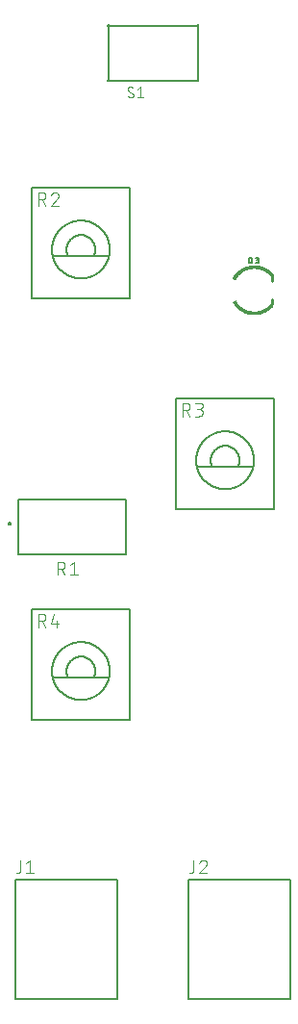
<source format=gbr>
G04 EAGLE Gerber RS-274X export*
G75*
%MOMM*%
%FSLAX34Y34*%
%LPD*%
%INSilkscreen Top*%
%IPPOS*%
%AMOC8*
5,1,8,0,0,1.08239X$1,22.5*%
G01*
%ADD10C,0.076200*%
%ADD11C,0.127000*%
%ADD12C,0.101600*%
%ADD13C,0.200000*%
%ADD14R,0.254000X5.080000*%
%ADD15R,8.128000X0.254000*%
%ADD16C,0.203200*%
%ADD17C,0.025400*%
%ADD18C,0.254000*%


D10*
X130460Y809381D02*
X130550Y809383D01*
X130639Y809389D01*
X130728Y809399D01*
X130816Y809412D01*
X130904Y809430D01*
X130991Y809451D01*
X131077Y809476D01*
X131162Y809505D01*
X131246Y809537D01*
X131328Y809573D01*
X131408Y809613D01*
X131487Y809656D01*
X131563Y809703D01*
X131638Y809752D01*
X131710Y809805D01*
X131780Y809861D01*
X131847Y809920D01*
X131912Y809982D01*
X131974Y810047D01*
X132033Y810114D01*
X132089Y810184D01*
X132142Y810256D01*
X132191Y810331D01*
X132238Y810408D01*
X132281Y810486D01*
X132321Y810566D01*
X132357Y810648D01*
X132389Y810732D01*
X132418Y810817D01*
X132443Y810903D01*
X132464Y810990D01*
X132482Y811078D01*
X132495Y811166D01*
X132505Y811255D01*
X132511Y811344D01*
X132513Y811434D01*
X130460Y809381D02*
X130333Y809383D01*
X130206Y809388D01*
X130080Y809398D01*
X129954Y809411D01*
X129828Y809427D01*
X129703Y809448D01*
X129578Y809472D01*
X129455Y809499D01*
X129332Y809530D01*
X129210Y809565D01*
X129089Y809603D01*
X128969Y809645D01*
X128851Y809691D01*
X128734Y809739D01*
X128618Y809792D01*
X128504Y809847D01*
X128392Y809906D01*
X128281Y809968D01*
X128172Y810033D01*
X128066Y810102D01*
X127961Y810173D01*
X127858Y810248D01*
X127758Y810326D01*
X127660Y810406D01*
X127564Y810489D01*
X127471Y810575D01*
X127380Y810664D01*
X127637Y816566D02*
X127639Y816656D01*
X127645Y816745D01*
X127655Y816834D01*
X127668Y816923D01*
X127686Y817010D01*
X127707Y817097D01*
X127732Y817183D01*
X127761Y817268D01*
X127793Y817352D01*
X127829Y817434D01*
X127869Y817514D01*
X127912Y817593D01*
X127959Y817669D01*
X128008Y817744D01*
X128061Y817816D01*
X128117Y817886D01*
X128176Y817953D01*
X128238Y818018D01*
X128303Y818080D01*
X128370Y818139D01*
X128440Y818195D01*
X128512Y818248D01*
X128587Y818297D01*
X128664Y818344D01*
X128742Y818387D01*
X128822Y818427D01*
X128904Y818463D01*
X128988Y818495D01*
X129073Y818524D01*
X129159Y818549D01*
X129246Y818570D01*
X129334Y818588D01*
X129422Y818601D01*
X129511Y818611D01*
X129600Y818617D01*
X129690Y818619D01*
X129814Y818617D01*
X129938Y818611D01*
X130061Y818601D01*
X130184Y818587D01*
X130307Y818569D01*
X130428Y818547D01*
X130550Y818522D01*
X130670Y818492D01*
X130789Y818459D01*
X130907Y818421D01*
X131024Y818380D01*
X131139Y818336D01*
X131253Y818287D01*
X131366Y818235D01*
X131476Y818179D01*
X131585Y818120D01*
X131692Y818057D01*
X131797Y817991D01*
X131899Y817922D01*
X131999Y817849D01*
X128664Y814770D02*
X128588Y814817D01*
X128513Y814868D01*
X128441Y814922D01*
X128371Y814979D01*
X128304Y815039D01*
X128239Y815102D01*
X128177Y815167D01*
X128118Y815235D01*
X128062Y815306D01*
X128009Y815379D01*
X127959Y815454D01*
X127913Y815532D01*
X127870Y815611D01*
X127830Y815692D01*
X127794Y815775D01*
X127762Y815859D01*
X127733Y815944D01*
X127708Y816031D01*
X127687Y816119D01*
X127669Y816207D01*
X127656Y816296D01*
X127646Y816386D01*
X127640Y816476D01*
X127638Y816566D01*
X131486Y813230D02*
X131563Y813183D01*
X131638Y813132D01*
X131710Y813078D01*
X131780Y813021D01*
X131847Y812961D01*
X131912Y812898D01*
X131974Y812833D01*
X132033Y812765D01*
X132089Y812694D01*
X132142Y812621D01*
X132192Y812546D01*
X132238Y812468D01*
X132281Y812389D01*
X132321Y812308D01*
X132357Y812225D01*
X132389Y812141D01*
X132418Y812056D01*
X132443Y811969D01*
X132464Y811882D01*
X132482Y811793D01*
X132495Y811704D01*
X132505Y811614D01*
X132511Y811524D01*
X132513Y811434D01*
X131487Y813230D02*
X128664Y814770D01*
X136081Y816566D02*
X138647Y818619D01*
X138647Y809381D01*
X136081Y809381D02*
X141213Y809381D01*
D11*
X28702Y121158D02*
X28702Y16256D01*
X28702Y121158D02*
X118618Y121158D01*
X118618Y16256D01*
X28702Y16256D01*
D12*
X33063Y129304D02*
X33063Y138392D01*
X33062Y129304D02*
X33060Y129205D01*
X33054Y129105D01*
X33045Y129006D01*
X33032Y128908D01*
X33015Y128810D01*
X32994Y128712D01*
X32969Y128616D01*
X32941Y128521D01*
X32909Y128427D01*
X32874Y128334D01*
X32835Y128242D01*
X32792Y128152D01*
X32747Y128064D01*
X32697Y127977D01*
X32645Y127893D01*
X32589Y127810D01*
X32531Y127730D01*
X32469Y127652D01*
X32404Y127577D01*
X32336Y127504D01*
X32266Y127434D01*
X32193Y127366D01*
X32118Y127301D01*
X32040Y127239D01*
X31960Y127181D01*
X31877Y127125D01*
X31793Y127073D01*
X31706Y127023D01*
X31618Y126978D01*
X31528Y126935D01*
X31436Y126896D01*
X31343Y126861D01*
X31249Y126829D01*
X31154Y126801D01*
X31058Y126776D01*
X30960Y126755D01*
X30862Y126738D01*
X30764Y126725D01*
X30665Y126716D01*
X30565Y126710D01*
X30466Y126708D01*
X29168Y126708D01*
X38336Y135796D02*
X41582Y138392D01*
X41582Y126708D01*
X44827Y126708D02*
X38336Y126708D01*
D11*
X181102Y121158D02*
X181102Y16256D01*
X181102Y121158D02*
X271018Y121158D01*
X271018Y16256D01*
X181102Y16256D01*
D12*
X185463Y129304D02*
X185463Y138392D01*
X185462Y129304D02*
X185460Y129205D01*
X185454Y129105D01*
X185445Y129006D01*
X185432Y128908D01*
X185415Y128810D01*
X185394Y128712D01*
X185369Y128616D01*
X185341Y128521D01*
X185309Y128427D01*
X185274Y128334D01*
X185235Y128242D01*
X185192Y128152D01*
X185147Y128064D01*
X185097Y127977D01*
X185045Y127893D01*
X184989Y127810D01*
X184931Y127730D01*
X184869Y127652D01*
X184804Y127577D01*
X184736Y127504D01*
X184666Y127434D01*
X184593Y127366D01*
X184518Y127301D01*
X184440Y127239D01*
X184360Y127181D01*
X184277Y127125D01*
X184193Y127073D01*
X184106Y127023D01*
X184018Y126978D01*
X183928Y126935D01*
X183836Y126896D01*
X183743Y126861D01*
X183649Y126829D01*
X183554Y126801D01*
X183458Y126776D01*
X183360Y126755D01*
X183262Y126738D01*
X183164Y126725D01*
X183065Y126716D01*
X182965Y126710D01*
X182866Y126708D01*
X181568Y126708D01*
X194306Y138392D02*
X194413Y138390D01*
X194519Y138384D01*
X194625Y138374D01*
X194731Y138361D01*
X194837Y138343D01*
X194941Y138322D01*
X195045Y138297D01*
X195148Y138268D01*
X195249Y138236D01*
X195349Y138199D01*
X195448Y138159D01*
X195546Y138116D01*
X195642Y138069D01*
X195736Y138018D01*
X195828Y137964D01*
X195918Y137907D01*
X196006Y137847D01*
X196091Y137783D01*
X196174Y137716D01*
X196255Y137646D01*
X196333Y137574D01*
X196409Y137498D01*
X196481Y137420D01*
X196551Y137339D01*
X196618Y137256D01*
X196682Y137171D01*
X196742Y137083D01*
X196799Y136993D01*
X196853Y136901D01*
X196904Y136807D01*
X196951Y136711D01*
X196994Y136613D01*
X197034Y136514D01*
X197071Y136414D01*
X197103Y136313D01*
X197132Y136210D01*
X197157Y136106D01*
X197178Y136002D01*
X197196Y135896D01*
X197209Y135790D01*
X197219Y135684D01*
X197225Y135578D01*
X197227Y135471D01*
X194306Y138392D02*
X194185Y138390D01*
X194064Y138384D01*
X193944Y138374D01*
X193823Y138361D01*
X193704Y138343D01*
X193584Y138322D01*
X193466Y138297D01*
X193349Y138268D01*
X193232Y138235D01*
X193117Y138199D01*
X193003Y138158D01*
X192890Y138115D01*
X192778Y138067D01*
X192669Y138016D01*
X192561Y137961D01*
X192454Y137903D01*
X192350Y137842D01*
X192248Y137777D01*
X192148Y137709D01*
X192050Y137638D01*
X191954Y137564D01*
X191861Y137487D01*
X191771Y137406D01*
X191683Y137323D01*
X191598Y137237D01*
X191515Y137148D01*
X191436Y137057D01*
X191359Y136963D01*
X191286Y136867D01*
X191216Y136769D01*
X191149Y136668D01*
X191085Y136565D01*
X191025Y136460D01*
X190968Y136353D01*
X190914Y136245D01*
X190864Y136135D01*
X190818Y136023D01*
X190775Y135910D01*
X190736Y135795D01*
X196254Y133199D02*
X196333Y133276D01*
X196409Y133357D01*
X196482Y133440D01*
X196552Y133525D01*
X196619Y133613D01*
X196683Y133703D01*
X196743Y133795D01*
X196800Y133890D01*
X196854Y133986D01*
X196905Y134084D01*
X196952Y134184D01*
X196996Y134286D01*
X197036Y134389D01*
X197072Y134493D01*
X197104Y134599D01*
X197133Y134705D01*
X197158Y134813D01*
X197180Y134921D01*
X197197Y135031D01*
X197211Y135140D01*
X197220Y135250D01*
X197226Y135361D01*
X197228Y135471D01*
X196254Y133199D02*
X190736Y126708D01*
X197227Y126708D01*
D13*
X126390Y455900D02*
X31090Y455900D01*
X126390Y455900D02*
X126390Y407700D01*
X31090Y407700D01*
X31090Y455900D01*
X22380Y434400D02*
X22382Y434463D01*
X22388Y434525D01*
X22398Y434587D01*
X22411Y434649D01*
X22429Y434709D01*
X22450Y434768D01*
X22475Y434826D01*
X22504Y434882D01*
X22536Y434936D01*
X22571Y434988D01*
X22609Y435037D01*
X22651Y435085D01*
X22695Y435129D01*
X22743Y435171D01*
X22792Y435209D01*
X22844Y435244D01*
X22898Y435276D01*
X22954Y435305D01*
X23012Y435330D01*
X23071Y435351D01*
X23131Y435369D01*
X23193Y435382D01*
X23255Y435392D01*
X23317Y435398D01*
X23380Y435400D01*
X23443Y435398D01*
X23505Y435392D01*
X23567Y435382D01*
X23629Y435369D01*
X23689Y435351D01*
X23748Y435330D01*
X23806Y435305D01*
X23862Y435276D01*
X23916Y435244D01*
X23968Y435209D01*
X24017Y435171D01*
X24065Y435129D01*
X24109Y435085D01*
X24151Y435037D01*
X24189Y434988D01*
X24224Y434936D01*
X24256Y434882D01*
X24285Y434826D01*
X24310Y434768D01*
X24331Y434709D01*
X24349Y434649D01*
X24362Y434587D01*
X24372Y434525D01*
X24378Y434463D01*
X24380Y434400D01*
X24378Y434337D01*
X24372Y434275D01*
X24362Y434213D01*
X24349Y434151D01*
X24331Y434091D01*
X24310Y434032D01*
X24285Y433974D01*
X24256Y433918D01*
X24224Y433864D01*
X24189Y433812D01*
X24151Y433763D01*
X24109Y433715D01*
X24065Y433671D01*
X24017Y433629D01*
X23968Y433591D01*
X23916Y433556D01*
X23862Y433524D01*
X23806Y433495D01*
X23748Y433470D01*
X23689Y433449D01*
X23629Y433431D01*
X23567Y433418D01*
X23505Y433408D01*
X23443Y433402D01*
X23380Y433400D01*
X23317Y433402D01*
X23255Y433408D01*
X23193Y433418D01*
X23131Y433431D01*
X23071Y433449D01*
X23012Y433470D01*
X22954Y433495D01*
X22898Y433524D01*
X22844Y433556D01*
X22792Y433591D01*
X22743Y433629D01*
X22695Y433671D01*
X22651Y433715D01*
X22609Y433763D01*
X22571Y433812D01*
X22536Y433864D01*
X22504Y433918D01*
X22475Y433974D01*
X22450Y434032D01*
X22429Y434091D01*
X22411Y434151D01*
X22398Y434213D01*
X22388Y434275D01*
X22382Y434337D01*
X22380Y434400D01*
D12*
X65498Y400897D02*
X65498Y389213D01*
X65498Y400897D02*
X68743Y400897D01*
X68856Y400895D01*
X68969Y400889D01*
X69082Y400879D01*
X69195Y400865D01*
X69307Y400848D01*
X69418Y400826D01*
X69528Y400801D01*
X69638Y400771D01*
X69746Y400738D01*
X69853Y400701D01*
X69959Y400661D01*
X70063Y400616D01*
X70166Y400568D01*
X70267Y400517D01*
X70366Y400462D01*
X70463Y400404D01*
X70558Y400342D01*
X70651Y400277D01*
X70741Y400209D01*
X70829Y400138D01*
X70915Y400063D01*
X70998Y399986D01*
X71078Y399906D01*
X71155Y399823D01*
X71230Y399737D01*
X71301Y399649D01*
X71369Y399559D01*
X71434Y399466D01*
X71496Y399371D01*
X71554Y399274D01*
X71609Y399175D01*
X71660Y399074D01*
X71708Y398971D01*
X71753Y398867D01*
X71793Y398761D01*
X71830Y398654D01*
X71863Y398546D01*
X71893Y398436D01*
X71918Y398326D01*
X71940Y398215D01*
X71957Y398103D01*
X71971Y397990D01*
X71981Y397877D01*
X71987Y397764D01*
X71989Y397651D01*
X71987Y397538D01*
X71981Y397425D01*
X71971Y397312D01*
X71957Y397199D01*
X71940Y397087D01*
X71918Y396976D01*
X71893Y396866D01*
X71863Y396756D01*
X71830Y396648D01*
X71793Y396541D01*
X71753Y396435D01*
X71708Y396331D01*
X71660Y396228D01*
X71609Y396127D01*
X71554Y396028D01*
X71496Y395931D01*
X71434Y395836D01*
X71369Y395743D01*
X71301Y395653D01*
X71230Y395565D01*
X71155Y395479D01*
X71078Y395396D01*
X70998Y395316D01*
X70915Y395239D01*
X70829Y395164D01*
X70741Y395093D01*
X70651Y395025D01*
X70558Y394960D01*
X70463Y394898D01*
X70366Y394840D01*
X70267Y394785D01*
X70166Y394734D01*
X70063Y394686D01*
X69959Y394641D01*
X69853Y394601D01*
X69746Y394564D01*
X69638Y394531D01*
X69528Y394501D01*
X69418Y394476D01*
X69307Y394454D01*
X69195Y394437D01*
X69082Y394423D01*
X68969Y394413D01*
X68856Y394407D01*
X68743Y394405D01*
X68743Y394406D02*
X65498Y394406D01*
X69392Y394406D02*
X71989Y389213D01*
X76854Y398300D02*
X80100Y400897D01*
X80100Y389213D01*
X83345Y389213D02*
X76854Y389213D01*
D14*
X189230Y848360D03*
D15*
X149860Y872490D03*
X149860Y824230D03*
D14*
X110490Y848360D03*
D16*
X60960Y675640D02*
X60968Y676263D01*
X60991Y676886D01*
X61029Y677509D01*
X61082Y678130D01*
X61151Y678749D01*
X61235Y679367D01*
X61334Y679982D01*
X61448Y680595D01*
X61577Y681205D01*
X61721Y681812D01*
X61880Y682415D01*
X62054Y683013D01*
X62242Y683608D01*
X62445Y684197D01*
X62662Y684781D01*
X62893Y685360D01*
X63139Y685933D01*
X63399Y686500D01*
X63672Y687060D01*
X63959Y687613D01*
X64260Y688160D01*
X64574Y688698D01*
X64901Y689229D01*
X65241Y689751D01*
X65593Y690266D01*
X65959Y690771D01*
X66336Y691267D01*
X66726Y691754D01*
X67127Y692231D01*
X67540Y692698D01*
X67964Y693154D01*
X68399Y693601D01*
X68846Y694036D01*
X69302Y694460D01*
X69769Y694873D01*
X70246Y695274D01*
X70733Y695664D01*
X71229Y696041D01*
X71734Y696407D01*
X72249Y696759D01*
X72771Y697099D01*
X73302Y697426D01*
X73840Y697740D01*
X74387Y698041D01*
X74940Y698328D01*
X75500Y698601D01*
X76067Y698861D01*
X76640Y699107D01*
X77219Y699338D01*
X77803Y699555D01*
X78392Y699758D01*
X78987Y699946D01*
X79585Y700120D01*
X80188Y700279D01*
X80795Y700423D01*
X81405Y700552D01*
X82018Y700666D01*
X82633Y700765D01*
X83251Y700849D01*
X83870Y700918D01*
X84491Y700971D01*
X85114Y701009D01*
X85737Y701032D01*
X86360Y701040D01*
X86983Y701032D01*
X87606Y701009D01*
X88229Y700971D01*
X88850Y700918D01*
X89469Y700849D01*
X90087Y700765D01*
X90702Y700666D01*
X91315Y700552D01*
X91925Y700423D01*
X92532Y700279D01*
X93135Y700120D01*
X93733Y699946D01*
X94328Y699758D01*
X94917Y699555D01*
X95501Y699338D01*
X96080Y699107D01*
X96653Y698861D01*
X97220Y698601D01*
X97780Y698328D01*
X98333Y698041D01*
X98880Y697740D01*
X99418Y697426D01*
X99949Y697099D01*
X100471Y696759D01*
X100986Y696407D01*
X101491Y696041D01*
X101987Y695664D01*
X102474Y695274D01*
X102951Y694873D01*
X103418Y694460D01*
X103874Y694036D01*
X104321Y693601D01*
X104756Y693154D01*
X105180Y692698D01*
X105593Y692231D01*
X105994Y691754D01*
X106384Y691267D01*
X106761Y690771D01*
X107127Y690266D01*
X107479Y689751D01*
X107819Y689229D01*
X108146Y688698D01*
X108460Y688160D01*
X108761Y687613D01*
X109048Y687060D01*
X109321Y686500D01*
X109581Y685933D01*
X109827Y685360D01*
X110058Y684781D01*
X110275Y684197D01*
X110478Y683608D01*
X110666Y683013D01*
X110840Y682415D01*
X110999Y681812D01*
X111143Y681205D01*
X111272Y680595D01*
X111386Y679982D01*
X111485Y679367D01*
X111569Y678749D01*
X111638Y678130D01*
X111691Y677509D01*
X111729Y676886D01*
X111752Y676263D01*
X111760Y675640D01*
X111752Y675017D01*
X111729Y674394D01*
X111691Y673771D01*
X111638Y673150D01*
X111569Y672531D01*
X111485Y671913D01*
X111386Y671298D01*
X111272Y670685D01*
X111143Y670075D01*
X110999Y669468D01*
X110840Y668865D01*
X110666Y668267D01*
X110478Y667672D01*
X110275Y667083D01*
X110058Y666499D01*
X109827Y665920D01*
X109581Y665347D01*
X109321Y664780D01*
X109048Y664220D01*
X108761Y663667D01*
X108460Y663120D01*
X108146Y662582D01*
X107819Y662051D01*
X107479Y661529D01*
X107127Y661014D01*
X106761Y660509D01*
X106384Y660013D01*
X105994Y659526D01*
X105593Y659049D01*
X105180Y658582D01*
X104756Y658126D01*
X104321Y657679D01*
X103874Y657244D01*
X103418Y656820D01*
X102951Y656407D01*
X102474Y656006D01*
X101987Y655616D01*
X101491Y655239D01*
X100986Y654873D01*
X100471Y654521D01*
X99949Y654181D01*
X99418Y653854D01*
X98880Y653540D01*
X98333Y653239D01*
X97780Y652952D01*
X97220Y652679D01*
X96653Y652419D01*
X96080Y652173D01*
X95501Y651942D01*
X94917Y651725D01*
X94328Y651522D01*
X93733Y651334D01*
X93135Y651160D01*
X92532Y651001D01*
X91925Y650857D01*
X91315Y650728D01*
X90702Y650614D01*
X90087Y650515D01*
X89469Y650431D01*
X88850Y650362D01*
X88229Y650309D01*
X87606Y650271D01*
X86983Y650248D01*
X86360Y650240D01*
X85737Y650248D01*
X85114Y650271D01*
X84491Y650309D01*
X83870Y650362D01*
X83251Y650431D01*
X82633Y650515D01*
X82018Y650614D01*
X81405Y650728D01*
X80795Y650857D01*
X80188Y651001D01*
X79585Y651160D01*
X78987Y651334D01*
X78392Y651522D01*
X77803Y651725D01*
X77219Y651942D01*
X76640Y652173D01*
X76067Y652419D01*
X75500Y652679D01*
X74940Y652952D01*
X74387Y653239D01*
X73840Y653540D01*
X73302Y653854D01*
X72771Y654181D01*
X72249Y654521D01*
X71734Y654873D01*
X71229Y655239D01*
X70733Y655616D01*
X70246Y656006D01*
X69769Y656407D01*
X69302Y656820D01*
X68846Y657244D01*
X68399Y657679D01*
X67964Y658126D01*
X67540Y658582D01*
X67127Y659049D01*
X66726Y659526D01*
X66336Y660013D01*
X65959Y660509D01*
X65593Y661014D01*
X65241Y661529D01*
X64901Y662051D01*
X64574Y662582D01*
X64260Y663120D01*
X63959Y663667D01*
X63672Y664220D01*
X63399Y664780D01*
X63139Y665347D01*
X62893Y665920D01*
X62662Y666499D01*
X62445Y667083D01*
X62242Y667672D01*
X62054Y668267D01*
X61880Y668865D01*
X61721Y669468D01*
X61577Y670075D01*
X61448Y670685D01*
X61334Y671298D01*
X61235Y671913D01*
X61151Y672531D01*
X61082Y673150D01*
X61029Y673771D01*
X60991Y674394D01*
X60968Y675017D01*
X60960Y675640D01*
D11*
X43410Y730240D02*
X129310Y730240D01*
X129310Y632340D01*
X43410Y632340D01*
X43410Y730240D01*
D16*
X75360Y669390D02*
X75210Y669660D01*
X75068Y669934D01*
X74932Y670212D01*
X74803Y670492D01*
X74680Y670776D01*
X74565Y671062D01*
X74457Y671352D01*
X74356Y671644D01*
X74262Y671938D01*
X74175Y672234D01*
X74095Y672533D01*
X74023Y672833D01*
X73958Y673135D01*
X73901Y673439D01*
X73851Y673743D01*
X73808Y674049D01*
X73773Y674356D01*
X73746Y674664D01*
X73726Y674972D01*
X73713Y675281D01*
X73708Y675590D01*
X73711Y675899D01*
X73721Y676207D01*
X73738Y676516D01*
X73763Y676824D01*
X73796Y677131D01*
X73836Y677437D01*
X73884Y677742D01*
X73939Y678046D01*
X74001Y678349D01*
X74071Y678650D01*
X74148Y678949D01*
X74233Y679246D01*
X74324Y679541D01*
X74423Y679833D01*
X74529Y680124D01*
X74642Y680411D01*
X74762Y680696D01*
X74889Y680977D01*
X75023Y681256D01*
X75163Y681531D01*
X75310Y681802D01*
X75464Y682070D01*
X75624Y682334D01*
X75791Y682595D01*
X75964Y682851D01*
X76143Y683102D01*
X76328Y683349D01*
X76519Y683592D01*
X76716Y683830D01*
X76919Y684063D01*
X77128Y684291D01*
X77342Y684514D01*
X77561Y684731D01*
X77785Y684943D01*
X78015Y685150D01*
X78250Y685351D01*
X78489Y685546D01*
X78733Y685735D01*
X78982Y685918D01*
X79235Y686095D01*
X79493Y686266D01*
X79754Y686431D01*
X80019Y686589D01*
X80289Y686740D01*
X80561Y686885D01*
X80838Y687023D01*
X81117Y687155D01*
X81400Y687279D01*
X81686Y687397D01*
X81974Y687507D01*
X82265Y687611D01*
X82558Y687707D01*
X82854Y687797D01*
X83152Y687879D01*
X83452Y687953D01*
X83753Y688021D01*
X84056Y688080D01*
X84361Y688133D01*
X84666Y688178D01*
X84973Y688216D01*
X85280Y688246D01*
X85588Y688268D01*
X85897Y688284D01*
X86206Y688291D01*
X86514Y688291D01*
X86823Y688284D01*
X87132Y688268D01*
X87440Y688246D01*
X87747Y688216D01*
X88054Y688178D01*
X88359Y688133D01*
X88664Y688080D01*
X88967Y688021D01*
X89268Y687953D01*
X89568Y687879D01*
X89866Y687797D01*
X90162Y687707D01*
X90455Y687611D01*
X90746Y687507D01*
X91034Y687397D01*
X91320Y687279D01*
X91603Y687155D01*
X91882Y687023D01*
X92159Y686885D01*
X92431Y686740D01*
X92701Y686589D01*
X92966Y686431D01*
X93227Y686266D01*
X93485Y686095D01*
X93738Y685918D01*
X93987Y685735D01*
X94231Y685546D01*
X94470Y685351D01*
X94705Y685150D01*
X94935Y684943D01*
X95159Y684731D01*
X95378Y684514D01*
X95592Y684291D01*
X95801Y684063D01*
X96004Y683830D01*
X96201Y683592D01*
X96392Y683349D01*
X96577Y683102D01*
X96756Y682851D01*
X96929Y682595D01*
X97096Y682334D01*
X97256Y682070D01*
X97410Y681802D01*
X97557Y681531D01*
X97697Y681256D01*
X97831Y680977D01*
X97958Y680696D01*
X98078Y680411D01*
X98191Y680124D01*
X98297Y679833D01*
X98396Y679541D01*
X98487Y679246D01*
X98572Y678949D01*
X98649Y678650D01*
X98719Y678349D01*
X98781Y678046D01*
X98836Y677742D01*
X98884Y677437D01*
X98924Y677131D01*
X98957Y676824D01*
X98982Y676516D01*
X98999Y676207D01*
X99009Y675899D01*
X99012Y675590D01*
X99007Y675281D01*
X98994Y674972D01*
X98974Y674664D01*
X98947Y674356D01*
X98912Y674049D01*
X98869Y673743D01*
X98819Y673439D01*
X98762Y673135D01*
X98697Y672833D01*
X98625Y672533D01*
X98545Y672234D01*
X98458Y671938D01*
X98364Y671644D01*
X98263Y671352D01*
X98155Y671062D01*
X98040Y670776D01*
X97917Y670492D01*
X97788Y670212D01*
X97652Y669934D01*
X97510Y669660D01*
X97360Y669390D01*
X75360Y669390D01*
X62110Y669390D02*
X110860Y669390D01*
D12*
X48768Y714248D02*
X48768Y725932D01*
X52014Y725932D01*
X52127Y725930D01*
X52240Y725924D01*
X52353Y725914D01*
X52466Y725900D01*
X52578Y725883D01*
X52689Y725861D01*
X52799Y725836D01*
X52909Y725806D01*
X53017Y725773D01*
X53124Y725736D01*
X53230Y725696D01*
X53334Y725651D01*
X53437Y725603D01*
X53538Y725552D01*
X53637Y725497D01*
X53734Y725439D01*
X53829Y725377D01*
X53922Y725312D01*
X54012Y725244D01*
X54100Y725173D01*
X54186Y725098D01*
X54269Y725021D01*
X54349Y724941D01*
X54426Y724858D01*
X54501Y724772D01*
X54572Y724684D01*
X54640Y724594D01*
X54705Y724501D01*
X54767Y724406D01*
X54825Y724309D01*
X54880Y724210D01*
X54931Y724109D01*
X54979Y724006D01*
X55024Y723902D01*
X55064Y723796D01*
X55101Y723689D01*
X55134Y723581D01*
X55164Y723471D01*
X55189Y723361D01*
X55211Y723250D01*
X55228Y723138D01*
X55242Y723025D01*
X55252Y722912D01*
X55258Y722799D01*
X55260Y722686D01*
X55258Y722573D01*
X55252Y722460D01*
X55242Y722347D01*
X55228Y722234D01*
X55211Y722122D01*
X55189Y722011D01*
X55164Y721901D01*
X55134Y721791D01*
X55101Y721683D01*
X55064Y721576D01*
X55024Y721470D01*
X54979Y721366D01*
X54931Y721263D01*
X54880Y721162D01*
X54825Y721063D01*
X54767Y720966D01*
X54705Y720871D01*
X54640Y720778D01*
X54572Y720688D01*
X54501Y720600D01*
X54426Y720514D01*
X54349Y720431D01*
X54269Y720351D01*
X54186Y720274D01*
X54100Y720199D01*
X54012Y720128D01*
X53922Y720060D01*
X53829Y719995D01*
X53734Y719933D01*
X53637Y719875D01*
X53538Y719820D01*
X53437Y719769D01*
X53334Y719721D01*
X53230Y719676D01*
X53124Y719636D01*
X53017Y719599D01*
X52909Y719566D01*
X52799Y719536D01*
X52689Y719511D01*
X52578Y719489D01*
X52466Y719472D01*
X52353Y719458D01*
X52240Y719448D01*
X52127Y719442D01*
X52014Y719440D01*
X52014Y719441D02*
X48768Y719441D01*
X52663Y719441D02*
X55259Y714248D01*
X66615Y723011D02*
X66613Y723118D01*
X66607Y723224D01*
X66597Y723330D01*
X66584Y723436D01*
X66566Y723542D01*
X66545Y723646D01*
X66520Y723750D01*
X66491Y723853D01*
X66459Y723954D01*
X66422Y724054D01*
X66382Y724153D01*
X66339Y724251D01*
X66292Y724347D01*
X66241Y724441D01*
X66187Y724533D01*
X66130Y724623D01*
X66070Y724711D01*
X66006Y724796D01*
X65939Y724879D01*
X65869Y724960D01*
X65797Y725038D01*
X65721Y725114D01*
X65643Y725186D01*
X65562Y725256D01*
X65479Y725323D01*
X65394Y725387D01*
X65306Y725447D01*
X65216Y725504D01*
X65124Y725558D01*
X65030Y725609D01*
X64934Y725656D01*
X64836Y725699D01*
X64737Y725739D01*
X64637Y725776D01*
X64536Y725808D01*
X64433Y725837D01*
X64329Y725862D01*
X64225Y725883D01*
X64119Y725901D01*
X64013Y725914D01*
X63907Y725924D01*
X63801Y725930D01*
X63694Y725932D01*
X63573Y725930D01*
X63452Y725924D01*
X63332Y725914D01*
X63211Y725901D01*
X63092Y725883D01*
X62972Y725862D01*
X62854Y725837D01*
X62737Y725808D01*
X62620Y725775D01*
X62505Y725739D01*
X62391Y725698D01*
X62278Y725655D01*
X62166Y725607D01*
X62057Y725556D01*
X61949Y725501D01*
X61842Y725443D01*
X61738Y725382D01*
X61636Y725317D01*
X61536Y725249D01*
X61438Y725178D01*
X61342Y725104D01*
X61249Y725027D01*
X61159Y724946D01*
X61071Y724863D01*
X60986Y724777D01*
X60903Y724688D01*
X60824Y724597D01*
X60747Y724503D01*
X60674Y724407D01*
X60604Y724309D01*
X60537Y724208D01*
X60473Y724105D01*
X60413Y724000D01*
X60356Y723893D01*
X60302Y723785D01*
X60252Y723675D01*
X60206Y723563D01*
X60163Y723450D01*
X60124Y723335D01*
X65642Y720739D02*
X65721Y720816D01*
X65797Y720897D01*
X65870Y720980D01*
X65940Y721065D01*
X66007Y721153D01*
X66071Y721243D01*
X66131Y721335D01*
X66188Y721430D01*
X66242Y721526D01*
X66293Y721624D01*
X66340Y721724D01*
X66384Y721826D01*
X66424Y721929D01*
X66460Y722033D01*
X66492Y722139D01*
X66521Y722245D01*
X66546Y722353D01*
X66568Y722461D01*
X66585Y722571D01*
X66599Y722680D01*
X66608Y722790D01*
X66614Y722901D01*
X66616Y723011D01*
X65642Y720739D02*
X60124Y714248D01*
X66615Y714248D01*
D16*
X187960Y490220D02*
X187968Y490843D01*
X187991Y491466D01*
X188029Y492089D01*
X188082Y492710D01*
X188151Y493329D01*
X188235Y493947D01*
X188334Y494562D01*
X188448Y495175D01*
X188577Y495785D01*
X188721Y496392D01*
X188880Y496995D01*
X189054Y497593D01*
X189242Y498188D01*
X189445Y498777D01*
X189662Y499361D01*
X189893Y499940D01*
X190139Y500513D01*
X190399Y501080D01*
X190672Y501640D01*
X190959Y502193D01*
X191260Y502740D01*
X191574Y503278D01*
X191901Y503809D01*
X192241Y504331D01*
X192593Y504846D01*
X192959Y505351D01*
X193336Y505847D01*
X193726Y506334D01*
X194127Y506811D01*
X194540Y507278D01*
X194964Y507734D01*
X195399Y508181D01*
X195846Y508616D01*
X196302Y509040D01*
X196769Y509453D01*
X197246Y509854D01*
X197733Y510244D01*
X198229Y510621D01*
X198734Y510987D01*
X199249Y511339D01*
X199771Y511679D01*
X200302Y512006D01*
X200840Y512320D01*
X201387Y512621D01*
X201940Y512908D01*
X202500Y513181D01*
X203067Y513441D01*
X203640Y513687D01*
X204219Y513918D01*
X204803Y514135D01*
X205392Y514338D01*
X205987Y514526D01*
X206585Y514700D01*
X207188Y514859D01*
X207795Y515003D01*
X208405Y515132D01*
X209018Y515246D01*
X209633Y515345D01*
X210251Y515429D01*
X210870Y515498D01*
X211491Y515551D01*
X212114Y515589D01*
X212737Y515612D01*
X213360Y515620D01*
X213983Y515612D01*
X214606Y515589D01*
X215229Y515551D01*
X215850Y515498D01*
X216469Y515429D01*
X217087Y515345D01*
X217702Y515246D01*
X218315Y515132D01*
X218925Y515003D01*
X219532Y514859D01*
X220135Y514700D01*
X220733Y514526D01*
X221328Y514338D01*
X221917Y514135D01*
X222501Y513918D01*
X223080Y513687D01*
X223653Y513441D01*
X224220Y513181D01*
X224780Y512908D01*
X225333Y512621D01*
X225880Y512320D01*
X226418Y512006D01*
X226949Y511679D01*
X227471Y511339D01*
X227986Y510987D01*
X228491Y510621D01*
X228987Y510244D01*
X229474Y509854D01*
X229951Y509453D01*
X230418Y509040D01*
X230874Y508616D01*
X231321Y508181D01*
X231756Y507734D01*
X232180Y507278D01*
X232593Y506811D01*
X232994Y506334D01*
X233384Y505847D01*
X233761Y505351D01*
X234127Y504846D01*
X234479Y504331D01*
X234819Y503809D01*
X235146Y503278D01*
X235460Y502740D01*
X235761Y502193D01*
X236048Y501640D01*
X236321Y501080D01*
X236581Y500513D01*
X236827Y499940D01*
X237058Y499361D01*
X237275Y498777D01*
X237478Y498188D01*
X237666Y497593D01*
X237840Y496995D01*
X237999Y496392D01*
X238143Y495785D01*
X238272Y495175D01*
X238386Y494562D01*
X238485Y493947D01*
X238569Y493329D01*
X238638Y492710D01*
X238691Y492089D01*
X238729Y491466D01*
X238752Y490843D01*
X238760Y490220D01*
X238752Y489597D01*
X238729Y488974D01*
X238691Y488351D01*
X238638Y487730D01*
X238569Y487111D01*
X238485Y486493D01*
X238386Y485878D01*
X238272Y485265D01*
X238143Y484655D01*
X237999Y484048D01*
X237840Y483445D01*
X237666Y482847D01*
X237478Y482252D01*
X237275Y481663D01*
X237058Y481079D01*
X236827Y480500D01*
X236581Y479927D01*
X236321Y479360D01*
X236048Y478800D01*
X235761Y478247D01*
X235460Y477700D01*
X235146Y477162D01*
X234819Y476631D01*
X234479Y476109D01*
X234127Y475594D01*
X233761Y475089D01*
X233384Y474593D01*
X232994Y474106D01*
X232593Y473629D01*
X232180Y473162D01*
X231756Y472706D01*
X231321Y472259D01*
X230874Y471824D01*
X230418Y471400D01*
X229951Y470987D01*
X229474Y470586D01*
X228987Y470196D01*
X228491Y469819D01*
X227986Y469453D01*
X227471Y469101D01*
X226949Y468761D01*
X226418Y468434D01*
X225880Y468120D01*
X225333Y467819D01*
X224780Y467532D01*
X224220Y467259D01*
X223653Y466999D01*
X223080Y466753D01*
X222501Y466522D01*
X221917Y466305D01*
X221328Y466102D01*
X220733Y465914D01*
X220135Y465740D01*
X219532Y465581D01*
X218925Y465437D01*
X218315Y465308D01*
X217702Y465194D01*
X217087Y465095D01*
X216469Y465011D01*
X215850Y464942D01*
X215229Y464889D01*
X214606Y464851D01*
X213983Y464828D01*
X213360Y464820D01*
X212737Y464828D01*
X212114Y464851D01*
X211491Y464889D01*
X210870Y464942D01*
X210251Y465011D01*
X209633Y465095D01*
X209018Y465194D01*
X208405Y465308D01*
X207795Y465437D01*
X207188Y465581D01*
X206585Y465740D01*
X205987Y465914D01*
X205392Y466102D01*
X204803Y466305D01*
X204219Y466522D01*
X203640Y466753D01*
X203067Y466999D01*
X202500Y467259D01*
X201940Y467532D01*
X201387Y467819D01*
X200840Y468120D01*
X200302Y468434D01*
X199771Y468761D01*
X199249Y469101D01*
X198734Y469453D01*
X198229Y469819D01*
X197733Y470196D01*
X197246Y470586D01*
X196769Y470987D01*
X196302Y471400D01*
X195846Y471824D01*
X195399Y472259D01*
X194964Y472706D01*
X194540Y473162D01*
X194127Y473629D01*
X193726Y474106D01*
X193336Y474593D01*
X192959Y475089D01*
X192593Y475594D01*
X192241Y476109D01*
X191901Y476631D01*
X191574Y477162D01*
X191260Y477700D01*
X190959Y478247D01*
X190672Y478800D01*
X190399Y479360D01*
X190139Y479927D01*
X189893Y480500D01*
X189662Y481079D01*
X189445Y481663D01*
X189242Y482252D01*
X189054Y482847D01*
X188880Y483445D01*
X188721Y484048D01*
X188577Y484655D01*
X188448Y485265D01*
X188334Y485878D01*
X188235Y486493D01*
X188151Y487111D01*
X188082Y487730D01*
X188029Y488351D01*
X187991Y488974D01*
X187968Y489597D01*
X187960Y490220D01*
D11*
X170410Y544820D02*
X256310Y544820D01*
X256310Y446920D01*
X170410Y446920D01*
X170410Y544820D01*
D16*
X202360Y483970D02*
X202210Y484240D01*
X202068Y484514D01*
X201932Y484792D01*
X201803Y485072D01*
X201680Y485356D01*
X201565Y485642D01*
X201457Y485932D01*
X201356Y486224D01*
X201262Y486518D01*
X201175Y486814D01*
X201095Y487113D01*
X201023Y487413D01*
X200958Y487715D01*
X200901Y488019D01*
X200851Y488323D01*
X200808Y488629D01*
X200773Y488936D01*
X200746Y489244D01*
X200726Y489552D01*
X200713Y489861D01*
X200708Y490170D01*
X200711Y490479D01*
X200721Y490787D01*
X200738Y491096D01*
X200763Y491404D01*
X200796Y491711D01*
X200836Y492017D01*
X200884Y492322D01*
X200939Y492626D01*
X201001Y492929D01*
X201071Y493230D01*
X201148Y493529D01*
X201233Y493826D01*
X201324Y494121D01*
X201423Y494413D01*
X201529Y494704D01*
X201642Y494991D01*
X201762Y495276D01*
X201889Y495557D01*
X202023Y495836D01*
X202163Y496111D01*
X202310Y496382D01*
X202464Y496650D01*
X202624Y496914D01*
X202791Y497175D01*
X202964Y497431D01*
X203143Y497682D01*
X203328Y497929D01*
X203519Y498172D01*
X203716Y498410D01*
X203919Y498643D01*
X204128Y498871D01*
X204342Y499094D01*
X204561Y499311D01*
X204785Y499523D01*
X205015Y499730D01*
X205250Y499931D01*
X205489Y500126D01*
X205733Y500315D01*
X205982Y500498D01*
X206235Y500675D01*
X206493Y500846D01*
X206754Y501011D01*
X207019Y501169D01*
X207289Y501320D01*
X207561Y501465D01*
X207838Y501603D01*
X208117Y501735D01*
X208400Y501859D01*
X208686Y501977D01*
X208974Y502087D01*
X209265Y502191D01*
X209558Y502287D01*
X209854Y502377D01*
X210152Y502459D01*
X210452Y502533D01*
X210753Y502601D01*
X211056Y502660D01*
X211361Y502713D01*
X211666Y502758D01*
X211973Y502796D01*
X212280Y502826D01*
X212588Y502848D01*
X212897Y502864D01*
X213206Y502871D01*
X213514Y502871D01*
X213823Y502864D01*
X214132Y502848D01*
X214440Y502826D01*
X214747Y502796D01*
X215054Y502758D01*
X215359Y502713D01*
X215664Y502660D01*
X215967Y502601D01*
X216268Y502533D01*
X216568Y502459D01*
X216866Y502377D01*
X217162Y502287D01*
X217455Y502191D01*
X217746Y502087D01*
X218034Y501977D01*
X218320Y501859D01*
X218603Y501735D01*
X218882Y501603D01*
X219159Y501465D01*
X219431Y501320D01*
X219701Y501169D01*
X219966Y501011D01*
X220227Y500846D01*
X220485Y500675D01*
X220738Y500498D01*
X220987Y500315D01*
X221231Y500126D01*
X221470Y499931D01*
X221705Y499730D01*
X221935Y499523D01*
X222159Y499311D01*
X222378Y499094D01*
X222592Y498871D01*
X222801Y498643D01*
X223004Y498410D01*
X223201Y498172D01*
X223392Y497929D01*
X223577Y497682D01*
X223756Y497431D01*
X223929Y497175D01*
X224096Y496914D01*
X224256Y496650D01*
X224410Y496382D01*
X224557Y496111D01*
X224697Y495836D01*
X224831Y495557D01*
X224958Y495276D01*
X225078Y494991D01*
X225191Y494704D01*
X225297Y494413D01*
X225396Y494121D01*
X225487Y493826D01*
X225572Y493529D01*
X225649Y493230D01*
X225719Y492929D01*
X225781Y492626D01*
X225836Y492322D01*
X225884Y492017D01*
X225924Y491711D01*
X225957Y491404D01*
X225982Y491096D01*
X225999Y490787D01*
X226009Y490479D01*
X226012Y490170D01*
X226007Y489861D01*
X225994Y489552D01*
X225974Y489244D01*
X225947Y488936D01*
X225912Y488629D01*
X225869Y488323D01*
X225819Y488019D01*
X225762Y487715D01*
X225697Y487413D01*
X225625Y487113D01*
X225545Y486814D01*
X225458Y486518D01*
X225364Y486224D01*
X225263Y485932D01*
X225155Y485642D01*
X225040Y485356D01*
X224917Y485072D01*
X224788Y484792D01*
X224652Y484514D01*
X224510Y484240D01*
X224360Y483970D01*
X202360Y483970D01*
X189110Y483970D02*
X237860Y483970D01*
D12*
X175768Y528828D02*
X175768Y540512D01*
X179014Y540512D01*
X179127Y540510D01*
X179240Y540504D01*
X179353Y540494D01*
X179466Y540480D01*
X179578Y540463D01*
X179689Y540441D01*
X179799Y540416D01*
X179909Y540386D01*
X180017Y540353D01*
X180124Y540316D01*
X180230Y540276D01*
X180334Y540231D01*
X180437Y540183D01*
X180538Y540132D01*
X180637Y540077D01*
X180734Y540019D01*
X180829Y539957D01*
X180922Y539892D01*
X181012Y539824D01*
X181100Y539753D01*
X181186Y539678D01*
X181269Y539601D01*
X181349Y539521D01*
X181426Y539438D01*
X181501Y539352D01*
X181572Y539264D01*
X181640Y539174D01*
X181705Y539081D01*
X181767Y538986D01*
X181825Y538889D01*
X181880Y538790D01*
X181931Y538689D01*
X181979Y538586D01*
X182024Y538482D01*
X182064Y538376D01*
X182101Y538269D01*
X182134Y538161D01*
X182164Y538051D01*
X182189Y537941D01*
X182211Y537830D01*
X182228Y537718D01*
X182242Y537605D01*
X182252Y537492D01*
X182258Y537379D01*
X182260Y537266D01*
X182258Y537153D01*
X182252Y537040D01*
X182242Y536927D01*
X182228Y536814D01*
X182211Y536702D01*
X182189Y536591D01*
X182164Y536481D01*
X182134Y536371D01*
X182101Y536263D01*
X182064Y536156D01*
X182024Y536050D01*
X181979Y535946D01*
X181931Y535843D01*
X181880Y535742D01*
X181825Y535643D01*
X181767Y535546D01*
X181705Y535451D01*
X181640Y535358D01*
X181572Y535268D01*
X181501Y535180D01*
X181426Y535094D01*
X181349Y535011D01*
X181269Y534931D01*
X181186Y534854D01*
X181100Y534779D01*
X181012Y534708D01*
X180922Y534640D01*
X180829Y534575D01*
X180734Y534513D01*
X180637Y534455D01*
X180538Y534400D01*
X180437Y534349D01*
X180334Y534301D01*
X180230Y534256D01*
X180124Y534216D01*
X180017Y534179D01*
X179909Y534146D01*
X179799Y534116D01*
X179689Y534091D01*
X179578Y534069D01*
X179466Y534052D01*
X179353Y534038D01*
X179240Y534028D01*
X179127Y534022D01*
X179014Y534020D01*
X179014Y534021D02*
X175768Y534021D01*
X179663Y534021D02*
X182259Y528828D01*
X187124Y528828D02*
X190370Y528828D01*
X190483Y528830D01*
X190596Y528836D01*
X190709Y528846D01*
X190822Y528860D01*
X190934Y528877D01*
X191045Y528899D01*
X191155Y528924D01*
X191265Y528954D01*
X191373Y528987D01*
X191480Y529024D01*
X191586Y529064D01*
X191690Y529109D01*
X191793Y529157D01*
X191894Y529208D01*
X191993Y529263D01*
X192090Y529321D01*
X192185Y529383D01*
X192278Y529448D01*
X192368Y529516D01*
X192456Y529587D01*
X192542Y529662D01*
X192625Y529739D01*
X192705Y529819D01*
X192782Y529902D01*
X192857Y529988D01*
X192928Y530076D01*
X192996Y530166D01*
X193061Y530259D01*
X193123Y530354D01*
X193181Y530451D01*
X193236Y530550D01*
X193287Y530651D01*
X193335Y530754D01*
X193380Y530858D01*
X193420Y530964D01*
X193457Y531071D01*
X193490Y531179D01*
X193520Y531289D01*
X193545Y531399D01*
X193567Y531510D01*
X193584Y531622D01*
X193598Y531735D01*
X193608Y531848D01*
X193614Y531961D01*
X193616Y532074D01*
X193614Y532187D01*
X193608Y532300D01*
X193598Y532413D01*
X193584Y532526D01*
X193567Y532638D01*
X193545Y532749D01*
X193520Y532859D01*
X193490Y532969D01*
X193457Y533077D01*
X193420Y533184D01*
X193380Y533290D01*
X193335Y533394D01*
X193287Y533497D01*
X193236Y533598D01*
X193181Y533697D01*
X193123Y533794D01*
X193061Y533889D01*
X192996Y533982D01*
X192928Y534072D01*
X192857Y534160D01*
X192782Y534246D01*
X192705Y534329D01*
X192625Y534409D01*
X192542Y534486D01*
X192456Y534561D01*
X192368Y534632D01*
X192278Y534700D01*
X192185Y534765D01*
X192090Y534827D01*
X191993Y534885D01*
X191894Y534940D01*
X191793Y534991D01*
X191690Y535039D01*
X191586Y535084D01*
X191480Y535124D01*
X191373Y535161D01*
X191265Y535194D01*
X191155Y535224D01*
X191045Y535249D01*
X190934Y535271D01*
X190822Y535288D01*
X190709Y535302D01*
X190596Y535312D01*
X190483Y535318D01*
X190370Y535320D01*
X191019Y540512D02*
X187124Y540512D01*
X191019Y540512D02*
X191120Y540510D01*
X191220Y540504D01*
X191320Y540494D01*
X191420Y540481D01*
X191519Y540463D01*
X191618Y540442D01*
X191715Y540417D01*
X191812Y540388D01*
X191907Y540355D01*
X192001Y540319D01*
X192093Y540279D01*
X192184Y540236D01*
X192273Y540189D01*
X192360Y540139D01*
X192446Y540085D01*
X192529Y540028D01*
X192609Y539968D01*
X192688Y539905D01*
X192764Y539838D01*
X192837Y539769D01*
X192907Y539697D01*
X192975Y539623D01*
X193040Y539546D01*
X193101Y539466D01*
X193160Y539384D01*
X193215Y539300D01*
X193267Y539214D01*
X193316Y539126D01*
X193361Y539036D01*
X193403Y538944D01*
X193441Y538851D01*
X193475Y538756D01*
X193506Y538661D01*
X193533Y538564D01*
X193556Y538466D01*
X193576Y538367D01*
X193591Y538267D01*
X193603Y538167D01*
X193611Y538067D01*
X193615Y537966D01*
X193615Y537866D01*
X193611Y537765D01*
X193603Y537665D01*
X193591Y537565D01*
X193576Y537465D01*
X193556Y537366D01*
X193533Y537268D01*
X193506Y537171D01*
X193475Y537076D01*
X193441Y536981D01*
X193403Y536888D01*
X193361Y536796D01*
X193316Y536706D01*
X193267Y536618D01*
X193215Y536532D01*
X193160Y536448D01*
X193101Y536366D01*
X193040Y536286D01*
X192975Y536209D01*
X192907Y536135D01*
X192837Y536063D01*
X192764Y535994D01*
X192688Y535927D01*
X192609Y535864D01*
X192529Y535804D01*
X192446Y535747D01*
X192360Y535693D01*
X192273Y535643D01*
X192184Y535596D01*
X192093Y535553D01*
X192001Y535513D01*
X191907Y535477D01*
X191812Y535444D01*
X191715Y535415D01*
X191618Y535390D01*
X191519Y535369D01*
X191420Y535351D01*
X191320Y535338D01*
X191220Y535328D01*
X191120Y535322D01*
X191019Y535320D01*
X191019Y535319D02*
X188423Y535319D01*
D16*
X60960Y304800D02*
X60968Y305423D01*
X60991Y306046D01*
X61029Y306669D01*
X61082Y307290D01*
X61151Y307909D01*
X61235Y308527D01*
X61334Y309142D01*
X61448Y309755D01*
X61577Y310365D01*
X61721Y310972D01*
X61880Y311575D01*
X62054Y312173D01*
X62242Y312768D01*
X62445Y313357D01*
X62662Y313941D01*
X62893Y314520D01*
X63139Y315093D01*
X63399Y315660D01*
X63672Y316220D01*
X63959Y316773D01*
X64260Y317320D01*
X64574Y317858D01*
X64901Y318389D01*
X65241Y318911D01*
X65593Y319426D01*
X65959Y319931D01*
X66336Y320427D01*
X66726Y320914D01*
X67127Y321391D01*
X67540Y321858D01*
X67964Y322314D01*
X68399Y322761D01*
X68846Y323196D01*
X69302Y323620D01*
X69769Y324033D01*
X70246Y324434D01*
X70733Y324824D01*
X71229Y325201D01*
X71734Y325567D01*
X72249Y325919D01*
X72771Y326259D01*
X73302Y326586D01*
X73840Y326900D01*
X74387Y327201D01*
X74940Y327488D01*
X75500Y327761D01*
X76067Y328021D01*
X76640Y328267D01*
X77219Y328498D01*
X77803Y328715D01*
X78392Y328918D01*
X78987Y329106D01*
X79585Y329280D01*
X80188Y329439D01*
X80795Y329583D01*
X81405Y329712D01*
X82018Y329826D01*
X82633Y329925D01*
X83251Y330009D01*
X83870Y330078D01*
X84491Y330131D01*
X85114Y330169D01*
X85737Y330192D01*
X86360Y330200D01*
X86983Y330192D01*
X87606Y330169D01*
X88229Y330131D01*
X88850Y330078D01*
X89469Y330009D01*
X90087Y329925D01*
X90702Y329826D01*
X91315Y329712D01*
X91925Y329583D01*
X92532Y329439D01*
X93135Y329280D01*
X93733Y329106D01*
X94328Y328918D01*
X94917Y328715D01*
X95501Y328498D01*
X96080Y328267D01*
X96653Y328021D01*
X97220Y327761D01*
X97780Y327488D01*
X98333Y327201D01*
X98880Y326900D01*
X99418Y326586D01*
X99949Y326259D01*
X100471Y325919D01*
X100986Y325567D01*
X101491Y325201D01*
X101987Y324824D01*
X102474Y324434D01*
X102951Y324033D01*
X103418Y323620D01*
X103874Y323196D01*
X104321Y322761D01*
X104756Y322314D01*
X105180Y321858D01*
X105593Y321391D01*
X105994Y320914D01*
X106384Y320427D01*
X106761Y319931D01*
X107127Y319426D01*
X107479Y318911D01*
X107819Y318389D01*
X108146Y317858D01*
X108460Y317320D01*
X108761Y316773D01*
X109048Y316220D01*
X109321Y315660D01*
X109581Y315093D01*
X109827Y314520D01*
X110058Y313941D01*
X110275Y313357D01*
X110478Y312768D01*
X110666Y312173D01*
X110840Y311575D01*
X110999Y310972D01*
X111143Y310365D01*
X111272Y309755D01*
X111386Y309142D01*
X111485Y308527D01*
X111569Y307909D01*
X111638Y307290D01*
X111691Y306669D01*
X111729Y306046D01*
X111752Y305423D01*
X111760Y304800D01*
X111752Y304177D01*
X111729Y303554D01*
X111691Y302931D01*
X111638Y302310D01*
X111569Y301691D01*
X111485Y301073D01*
X111386Y300458D01*
X111272Y299845D01*
X111143Y299235D01*
X110999Y298628D01*
X110840Y298025D01*
X110666Y297427D01*
X110478Y296832D01*
X110275Y296243D01*
X110058Y295659D01*
X109827Y295080D01*
X109581Y294507D01*
X109321Y293940D01*
X109048Y293380D01*
X108761Y292827D01*
X108460Y292280D01*
X108146Y291742D01*
X107819Y291211D01*
X107479Y290689D01*
X107127Y290174D01*
X106761Y289669D01*
X106384Y289173D01*
X105994Y288686D01*
X105593Y288209D01*
X105180Y287742D01*
X104756Y287286D01*
X104321Y286839D01*
X103874Y286404D01*
X103418Y285980D01*
X102951Y285567D01*
X102474Y285166D01*
X101987Y284776D01*
X101491Y284399D01*
X100986Y284033D01*
X100471Y283681D01*
X99949Y283341D01*
X99418Y283014D01*
X98880Y282700D01*
X98333Y282399D01*
X97780Y282112D01*
X97220Y281839D01*
X96653Y281579D01*
X96080Y281333D01*
X95501Y281102D01*
X94917Y280885D01*
X94328Y280682D01*
X93733Y280494D01*
X93135Y280320D01*
X92532Y280161D01*
X91925Y280017D01*
X91315Y279888D01*
X90702Y279774D01*
X90087Y279675D01*
X89469Y279591D01*
X88850Y279522D01*
X88229Y279469D01*
X87606Y279431D01*
X86983Y279408D01*
X86360Y279400D01*
X85737Y279408D01*
X85114Y279431D01*
X84491Y279469D01*
X83870Y279522D01*
X83251Y279591D01*
X82633Y279675D01*
X82018Y279774D01*
X81405Y279888D01*
X80795Y280017D01*
X80188Y280161D01*
X79585Y280320D01*
X78987Y280494D01*
X78392Y280682D01*
X77803Y280885D01*
X77219Y281102D01*
X76640Y281333D01*
X76067Y281579D01*
X75500Y281839D01*
X74940Y282112D01*
X74387Y282399D01*
X73840Y282700D01*
X73302Y283014D01*
X72771Y283341D01*
X72249Y283681D01*
X71734Y284033D01*
X71229Y284399D01*
X70733Y284776D01*
X70246Y285166D01*
X69769Y285567D01*
X69302Y285980D01*
X68846Y286404D01*
X68399Y286839D01*
X67964Y287286D01*
X67540Y287742D01*
X67127Y288209D01*
X66726Y288686D01*
X66336Y289173D01*
X65959Y289669D01*
X65593Y290174D01*
X65241Y290689D01*
X64901Y291211D01*
X64574Y291742D01*
X64260Y292280D01*
X63959Y292827D01*
X63672Y293380D01*
X63399Y293940D01*
X63139Y294507D01*
X62893Y295080D01*
X62662Y295659D01*
X62445Y296243D01*
X62242Y296832D01*
X62054Y297427D01*
X61880Y298025D01*
X61721Y298628D01*
X61577Y299235D01*
X61448Y299845D01*
X61334Y300458D01*
X61235Y301073D01*
X61151Y301691D01*
X61082Y302310D01*
X61029Y302931D01*
X60991Y303554D01*
X60968Y304177D01*
X60960Y304800D01*
D11*
X43410Y359400D02*
X129310Y359400D01*
X129310Y261500D01*
X43410Y261500D01*
X43410Y359400D01*
D16*
X75360Y298550D02*
X75210Y298820D01*
X75068Y299094D01*
X74932Y299372D01*
X74803Y299652D01*
X74680Y299936D01*
X74565Y300222D01*
X74457Y300512D01*
X74356Y300804D01*
X74262Y301098D01*
X74175Y301394D01*
X74095Y301693D01*
X74023Y301993D01*
X73958Y302295D01*
X73901Y302599D01*
X73851Y302903D01*
X73808Y303209D01*
X73773Y303516D01*
X73746Y303824D01*
X73726Y304132D01*
X73713Y304441D01*
X73708Y304750D01*
X73711Y305059D01*
X73721Y305367D01*
X73738Y305676D01*
X73763Y305984D01*
X73796Y306291D01*
X73836Y306597D01*
X73884Y306902D01*
X73939Y307206D01*
X74001Y307509D01*
X74071Y307810D01*
X74148Y308109D01*
X74233Y308406D01*
X74324Y308701D01*
X74423Y308993D01*
X74529Y309284D01*
X74642Y309571D01*
X74762Y309856D01*
X74889Y310137D01*
X75023Y310416D01*
X75163Y310691D01*
X75310Y310962D01*
X75464Y311230D01*
X75624Y311494D01*
X75791Y311755D01*
X75964Y312011D01*
X76143Y312262D01*
X76328Y312509D01*
X76519Y312752D01*
X76716Y312990D01*
X76919Y313223D01*
X77128Y313451D01*
X77342Y313674D01*
X77561Y313891D01*
X77785Y314103D01*
X78015Y314310D01*
X78250Y314511D01*
X78489Y314706D01*
X78733Y314895D01*
X78982Y315078D01*
X79235Y315255D01*
X79493Y315426D01*
X79754Y315591D01*
X80019Y315749D01*
X80289Y315900D01*
X80561Y316045D01*
X80838Y316183D01*
X81117Y316315D01*
X81400Y316439D01*
X81686Y316557D01*
X81974Y316667D01*
X82265Y316771D01*
X82558Y316867D01*
X82854Y316957D01*
X83152Y317039D01*
X83452Y317113D01*
X83753Y317181D01*
X84056Y317240D01*
X84361Y317293D01*
X84666Y317338D01*
X84973Y317376D01*
X85280Y317406D01*
X85588Y317428D01*
X85897Y317444D01*
X86206Y317451D01*
X86514Y317451D01*
X86823Y317444D01*
X87132Y317428D01*
X87440Y317406D01*
X87747Y317376D01*
X88054Y317338D01*
X88359Y317293D01*
X88664Y317240D01*
X88967Y317181D01*
X89268Y317113D01*
X89568Y317039D01*
X89866Y316957D01*
X90162Y316867D01*
X90455Y316771D01*
X90746Y316667D01*
X91034Y316557D01*
X91320Y316439D01*
X91603Y316315D01*
X91882Y316183D01*
X92159Y316045D01*
X92431Y315900D01*
X92701Y315749D01*
X92966Y315591D01*
X93227Y315426D01*
X93485Y315255D01*
X93738Y315078D01*
X93987Y314895D01*
X94231Y314706D01*
X94470Y314511D01*
X94705Y314310D01*
X94935Y314103D01*
X95159Y313891D01*
X95378Y313674D01*
X95592Y313451D01*
X95801Y313223D01*
X96004Y312990D01*
X96201Y312752D01*
X96392Y312509D01*
X96577Y312262D01*
X96756Y312011D01*
X96929Y311755D01*
X97096Y311494D01*
X97256Y311230D01*
X97410Y310962D01*
X97557Y310691D01*
X97697Y310416D01*
X97831Y310137D01*
X97958Y309856D01*
X98078Y309571D01*
X98191Y309284D01*
X98297Y308993D01*
X98396Y308701D01*
X98487Y308406D01*
X98572Y308109D01*
X98649Y307810D01*
X98719Y307509D01*
X98781Y307206D01*
X98836Y306902D01*
X98884Y306597D01*
X98924Y306291D01*
X98957Y305984D01*
X98982Y305676D01*
X98999Y305367D01*
X99009Y305059D01*
X99012Y304750D01*
X99007Y304441D01*
X98994Y304132D01*
X98974Y303824D01*
X98947Y303516D01*
X98912Y303209D01*
X98869Y302903D01*
X98819Y302599D01*
X98762Y302295D01*
X98697Y301993D01*
X98625Y301693D01*
X98545Y301394D01*
X98458Y301098D01*
X98364Y300804D01*
X98263Y300512D01*
X98155Y300222D01*
X98040Y299936D01*
X97917Y299652D01*
X97788Y299372D01*
X97652Y299094D01*
X97510Y298820D01*
X97360Y298550D01*
X75360Y298550D01*
X62110Y298550D02*
X110860Y298550D01*
D12*
X48768Y343408D02*
X48768Y355092D01*
X52014Y355092D01*
X52127Y355090D01*
X52240Y355084D01*
X52353Y355074D01*
X52466Y355060D01*
X52578Y355043D01*
X52689Y355021D01*
X52799Y354996D01*
X52909Y354966D01*
X53017Y354933D01*
X53124Y354896D01*
X53230Y354856D01*
X53334Y354811D01*
X53437Y354763D01*
X53538Y354712D01*
X53637Y354657D01*
X53734Y354599D01*
X53829Y354537D01*
X53922Y354472D01*
X54012Y354404D01*
X54100Y354333D01*
X54186Y354258D01*
X54269Y354181D01*
X54349Y354101D01*
X54426Y354018D01*
X54501Y353932D01*
X54572Y353844D01*
X54640Y353754D01*
X54705Y353661D01*
X54767Y353566D01*
X54825Y353469D01*
X54880Y353370D01*
X54931Y353269D01*
X54979Y353166D01*
X55024Y353062D01*
X55064Y352956D01*
X55101Y352849D01*
X55134Y352741D01*
X55164Y352631D01*
X55189Y352521D01*
X55211Y352410D01*
X55228Y352298D01*
X55242Y352185D01*
X55252Y352072D01*
X55258Y351959D01*
X55260Y351846D01*
X55258Y351733D01*
X55252Y351620D01*
X55242Y351507D01*
X55228Y351394D01*
X55211Y351282D01*
X55189Y351171D01*
X55164Y351061D01*
X55134Y350951D01*
X55101Y350843D01*
X55064Y350736D01*
X55024Y350630D01*
X54979Y350526D01*
X54931Y350423D01*
X54880Y350322D01*
X54825Y350223D01*
X54767Y350126D01*
X54705Y350031D01*
X54640Y349938D01*
X54572Y349848D01*
X54501Y349760D01*
X54426Y349674D01*
X54349Y349591D01*
X54269Y349511D01*
X54186Y349434D01*
X54100Y349359D01*
X54012Y349288D01*
X53922Y349220D01*
X53829Y349155D01*
X53734Y349093D01*
X53637Y349035D01*
X53538Y348980D01*
X53437Y348929D01*
X53334Y348881D01*
X53230Y348836D01*
X53124Y348796D01*
X53017Y348759D01*
X52909Y348726D01*
X52799Y348696D01*
X52689Y348671D01*
X52578Y348649D01*
X52466Y348632D01*
X52353Y348618D01*
X52240Y348608D01*
X52127Y348602D01*
X52014Y348600D01*
X52014Y348601D02*
X48768Y348601D01*
X52663Y348601D02*
X55259Y343408D01*
X60124Y346004D02*
X62721Y355092D01*
X60124Y346004D02*
X66615Y346004D01*
X64668Y348601D02*
X64668Y343408D01*
D17*
X255166Y653918D02*
X253410Y652454D01*
X253410Y652455D02*
X253109Y652802D01*
X252800Y653142D01*
X252483Y653475D01*
X252158Y653800D01*
X251826Y654117D01*
X251486Y654426D01*
X251138Y654727D01*
X250784Y655020D01*
X250422Y655303D01*
X250054Y655578D01*
X249679Y655845D01*
X249298Y656102D01*
X248911Y656350D01*
X248519Y656588D01*
X248120Y656817D01*
X247716Y657037D01*
X247308Y657247D01*
X246894Y657447D01*
X246475Y657637D01*
X246052Y657816D01*
X245625Y657986D01*
X245194Y658145D01*
X244759Y658294D01*
X244321Y658433D01*
X243880Y658561D01*
X243435Y658678D01*
X242988Y658785D01*
X242539Y658881D01*
X242087Y658966D01*
X241634Y659040D01*
X241178Y659104D01*
X240722Y659156D01*
X240264Y659198D01*
X239806Y659228D01*
X239346Y659248D01*
X238887Y659257D01*
X238886Y661542D01*
X238887Y661543D01*
X239402Y661533D01*
X239917Y661512D01*
X240431Y661478D01*
X240944Y661432D01*
X241456Y661373D01*
X241966Y661302D01*
X242475Y661219D01*
X242981Y661124D01*
X243485Y661016D01*
X243986Y660897D01*
X244484Y660766D01*
X244979Y660622D01*
X245470Y660467D01*
X245958Y660300D01*
X246441Y660121D01*
X246920Y659931D01*
X247394Y659730D01*
X247863Y659517D01*
X248327Y659293D01*
X248786Y659058D01*
X249238Y658811D01*
X249685Y658555D01*
X250125Y658287D01*
X250559Y658009D01*
X250986Y657721D01*
X251406Y657422D01*
X251818Y657113D01*
X252224Y656795D01*
X252621Y656467D01*
X253010Y656130D01*
X253391Y655783D01*
X253764Y655427D01*
X254128Y655063D01*
X254483Y654690D01*
X254829Y654308D01*
X255166Y653918D01*
X254982Y653764D01*
X254649Y654150D01*
X254307Y654527D01*
X253955Y654896D01*
X253595Y655256D01*
X253227Y655608D01*
X252850Y655951D01*
X252465Y656284D01*
X252072Y656609D01*
X251672Y656923D01*
X251264Y657228D01*
X250849Y657524D01*
X250427Y657809D01*
X249998Y658084D01*
X249562Y658348D01*
X249121Y658602D01*
X248673Y658845D01*
X248220Y659078D01*
X247762Y659299D01*
X247298Y659510D01*
X246829Y659709D01*
X246355Y659897D01*
X245878Y660074D01*
X245396Y660239D01*
X244910Y660392D01*
X244421Y660534D01*
X243928Y660664D01*
X243433Y660782D01*
X242935Y660888D01*
X242434Y660983D01*
X241931Y661065D01*
X241427Y661135D01*
X240921Y661193D01*
X240413Y661238D01*
X239905Y661272D01*
X239396Y661293D01*
X238887Y661303D01*
X238887Y661063D01*
X239390Y661054D01*
X239893Y661032D01*
X240396Y660999D01*
X240897Y660954D01*
X241398Y660897D01*
X241896Y660827D01*
X242393Y660746D01*
X242888Y660653D01*
X243381Y660548D01*
X243870Y660431D01*
X244357Y660303D01*
X244841Y660163D01*
X245321Y660011D01*
X245797Y659848D01*
X246270Y659673D01*
X246738Y659487D01*
X247201Y659290D01*
X247660Y659082D01*
X248113Y658863D01*
X248561Y658633D01*
X249004Y658393D01*
X249440Y658142D01*
X249870Y657880D01*
X250294Y657608D01*
X250712Y657327D01*
X251122Y657035D01*
X251525Y656733D01*
X251921Y656422D01*
X252310Y656102D01*
X252690Y655772D01*
X253063Y655433D01*
X253427Y655086D01*
X253783Y654729D01*
X254130Y654365D01*
X254468Y653992D01*
X254798Y653611D01*
X254613Y653457D01*
X254288Y653834D01*
X253953Y654202D01*
X253610Y654563D01*
X253258Y654915D01*
X252898Y655258D01*
X252530Y655593D01*
X252154Y655919D01*
X251770Y656236D01*
X251379Y656543D01*
X250980Y656841D01*
X250574Y657130D01*
X250162Y657408D01*
X249743Y657677D01*
X249318Y657935D01*
X248886Y658183D01*
X248449Y658421D01*
X248006Y658648D01*
X247558Y658865D01*
X247105Y659070D01*
X246647Y659265D01*
X246184Y659449D01*
X245717Y659621D01*
X245246Y659783D01*
X244772Y659933D01*
X244294Y660071D01*
X243813Y660198D01*
X243329Y660314D01*
X242842Y660417D01*
X242353Y660510D01*
X241861Y660590D01*
X241369Y660658D01*
X240874Y660715D01*
X240378Y660760D01*
X239882Y660793D01*
X239384Y660814D01*
X238887Y660823D01*
X238887Y660583D01*
X239379Y660574D01*
X239870Y660553D01*
X240361Y660520D01*
X240851Y660476D01*
X241339Y660420D01*
X241827Y660352D01*
X242312Y660273D01*
X242795Y660182D01*
X243276Y660079D01*
X243755Y659965D01*
X244230Y659840D01*
X244703Y659703D01*
X245172Y659555D01*
X245637Y659395D01*
X246098Y659225D01*
X246556Y659043D01*
X247008Y658851D01*
X247456Y658647D01*
X247899Y658434D01*
X248337Y658209D01*
X248769Y657974D01*
X249195Y657729D01*
X249615Y657473D01*
X250030Y657208D01*
X250437Y656933D01*
X250838Y656648D01*
X251232Y656353D01*
X251619Y656049D01*
X251998Y655736D01*
X252370Y655414D01*
X252734Y655083D01*
X253090Y654744D01*
X253437Y654396D01*
X253777Y654040D01*
X254107Y653676D01*
X254429Y653303D01*
X254244Y653150D01*
X253927Y653517D01*
X253600Y653877D01*
X253265Y654229D01*
X252921Y654573D01*
X252570Y654909D01*
X252210Y655235D01*
X251843Y655554D01*
X251468Y655863D01*
X251085Y656163D01*
X250696Y656454D01*
X250300Y656736D01*
X249897Y657008D01*
X249488Y657270D01*
X249073Y657522D01*
X248651Y657765D01*
X248224Y657997D01*
X247792Y658219D01*
X247354Y658430D01*
X246912Y658631D01*
X246464Y658821D01*
X246013Y659001D01*
X245557Y659169D01*
X245097Y659327D01*
X244634Y659473D01*
X244167Y659608D01*
X243697Y659732D01*
X243224Y659845D01*
X242749Y659947D01*
X242271Y660036D01*
X241792Y660115D01*
X241310Y660182D01*
X240827Y660237D01*
X240343Y660281D01*
X239858Y660313D01*
X239373Y660334D01*
X238887Y660343D01*
X238887Y660103D01*
X239367Y660094D01*
X239847Y660073D01*
X240326Y660042D01*
X240804Y659998D01*
X241281Y659944D01*
X241757Y659877D01*
X242231Y659800D01*
X242702Y659711D01*
X243172Y659611D01*
X243639Y659499D01*
X244103Y659377D01*
X244565Y659243D01*
X245022Y659098D01*
X245477Y658943D01*
X245927Y658776D01*
X246373Y658599D01*
X246815Y658411D01*
X247253Y658213D01*
X247685Y658004D01*
X248112Y657785D01*
X248534Y657555D01*
X248950Y657316D01*
X249361Y657067D01*
X249765Y656808D01*
X250163Y656539D01*
X250554Y656261D01*
X250939Y655973D01*
X251317Y655677D01*
X251687Y655371D01*
X252050Y655057D01*
X252405Y654734D01*
X252753Y654402D01*
X253092Y654063D01*
X253423Y653715D01*
X253746Y653359D01*
X254060Y652996D01*
X253876Y652843D01*
X253565Y653201D01*
X253247Y653552D01*
X252919Y653896D01*
X252584Y654231D01*
X252241Y654559D01*
X251890Y654878D01*
X251531Y655188D01*
X251165Y655490D01*
X250792Y655783D01*
X250412Y656067D01*
X250026Y656342D01*
X249633Y656607D01*
X249233Y656863D01*
X248828Y657110D01*
X248417Y657346D01*
X248000Y657573D01*
X247578Y657789D01*
X247151Y657995D01*
X246719Y658191D01*
X246282Y658377D01*
X245841Y658552D01*
X245397Y658717D01*
X244948Y658870D01*
X244496Y659013D01*
X244040Y659145D01*
X243581Y659267D01*
X243120Y659377D01*
X242656Y659476D01*
X242190Y659563D01*
X241722Y659640D01*
X241252Y659705D01*
X240781Y659760D01*
X240308Y659802D01*
X239835Y659834D01*
X239361Y659854D01*
X238887Y659863D01*
X238887Y659623D01*
X239355Y659614D01*
X239823Y659594D01*
X240291Y659563D01*
X240757Y659521D01*
X241223Y659467D01*
X241687Y659403D01*
X242149Y659327D01*
X242610Y659240D01*
X243068Y659142D01*
X243524Y659034D01*
X243976Y658914D01*
X244426Y658783D01*
X244873Y658642D01*
X245316Y658490D01*
X245756Y658328D01*
X246191Y658155D01*
X246622Y657972D01*
X247049Y657778D01*
X247471Y657574D01*
X247888Y657360D01*
X248299Y657137D01*
X248705Y656903D01*
X249106Y656660D01*
X249500Y656407D01*
X249889Y656145D01*
X250270Y655874D01*
X250646Y655593D01*
X251014Y655304D01*
X251376Y655006D01*
X251730Y654699D01*
X252076Y654384D01*
X252416Y654061D01*
X252747Y653729D01*
X253070Y653390D01*
X253385Y653043D01*
X253691Y652689D01*
X253507Y652535D01*
X253204Y652885D01*
X252893Y653228D01*
X252574Y653563D01*
X252247Y653890D01*
X251912Y654209D01*
X251570Y654520D01*
X251220Y654823D01*
X250863Y655117D01*
X250499Y655403D01*
X250129Y655680D01*
X249751Y655948D01*
X249368Y656207D01*
X248978Y656457D01*
X248583Y656697D01*
X248182Y656927D01*
X247775Y657148D01*
X247364Y657359D01*
X246947Y657561D01*
X246526Y657752D01*
X246100Y657933D01*
X245670Y658104D01*
X245236Y658264D01*
X244798Y658414D01*
X244357Y658554D01*
X243913Y658682D01*
X243466Y658801D01*
X243016Y658908D01*
X242563Y659005D01*
X242109Y659090D01*
X241652Y659165D01*
X241194Y659229D01*
X240734Y659282D01*
X240273Y659324D01*
X239812Y659354D01*
X239349Y659374D01*
X238887Y659383D01*
X238634Y661542D02*
X238634Y659256D01*
X238633Y659257D02*
X238168Y659248D01*
X237703Y659228D01*
X237239Y659197D01*
X236776Y659154D01*
X236314Y659100D01*
X235853Y659035D01*
X235394Y658959D01*
X234937Y658872D01*
X234482Y658774D01*
X234030Y658664D01*
X233580Y658544D01*
X233134Y658413D01*
X232691Y658271D01*
X232251Y658118D01*
X231816Y657955D01*
X231384Y657781D01*
X230957Y657597D01*
X230534Y657403D01*
X230116Y657198D01*
X229703Y656983D01*
X229296Y656758D01*
X228894Y656524D01*
X228498Y656280D01*
X228108Y656026D01*
X227724Y655763D01*
X227347Y655490D01*
X226977Y655209D01*
X226613Y654919D01*
X226257Y654620D01*
X225908Y654312D01*
X225566Y653996D01*
X225232Y653672D01*
X224907Y653339D01*
X224589Y652999D01*
X224280Y652652D01*
X223979Y652297D01*
X223687Y651935D01*
X223404Y651565D01*
X223130Y651189D01*
X222865Y650807D01*
X222609Y650418D01*
X222363Y650023D01*
X222127Y649622D01*
X221900Y649216D01*
X219883Y650291D01*
X219883Y650292D01*
X220137Y650747D01*
X220401Y651197D01*
X220677Y651639D01*
X220963Y652075D01*
X221260Y652504D01*
X221566Y652926D01*
X221884Y653340D01*
X222211Y653746D01*
X222548Y654144D01*
X222894Y654533D01*
X223250Y654915D01*
X223615Y655287D01*
X223989Y655650D01*
X224371Y656005D01*
X224762Y656350D01*
X225162Y656685D01*
X225569Y657010D01*
X225984Y657326D01*
X226407Y657631D01*
X226837Y657926D01*
X227274Y658210D01*
X227718Y658484D01*
X228168Y658747D01*
X228625Y658999D01*
X229087Y659239D01*
X229556Y659469D01*
X230029Y659687D01*
X230508Y659893D01*
X230992Y660088D01*
X231480Y660270D01*
X231973Y660441D01*
X232470Y660600D01*
X232970Y660747D01*
X233474Y660882D01*
X233981Y661004D01*
X234490Y661114D01*
X235003Y661211D01*
X235517Y661296D01*
X236034Y661369D01*
X236551Y661429D01*
X237071Y661476D01*
X237591Y661511D01*
X238112Y661533D01*
X238633Y661543D01*
X238633Y661303D01*
X238118Y661293D01*
X237603Y661271D01*
X237088Y661237D01*
X236575Y661190D01*
X236063Y661131D01*
X235552Y661059D01*
X235044Y660975D01*
X234537Y660878D01*
X234033Y660770D01*
X233532Y660649D01*
X233034Y660516D01*
X232539Y660371D01*
X232048Y660213D01*
X231561Y660044D01*
X231079Y659864D01*
X230600Y659671D01*
X230127Y659467D01*
X229658Y659252D01*
X229195Y659025D01*
X228738Y658787D01*
X228287Y658538D01*
X227841Y658278D01*
X227403Y658008D01*
X226970Y657727D01*
X226545Y657435D01*
X226127Y657133D01*
X225717Y656821D01*
X225314Y656499D01*
X224919Y656168D01*
X224533Y655827D01*
X224154Y655477D01*
X223785Y655117D01*
X223424Y654749D01*
X223072Y654372D01*
X222729Y653987D01*
X222396Y653593D01*
X222073Y653192D01*
X221759Y652783D01*
X221456Y652366D01*
X221163Y651942D01*
X220880Y651511D01*
X220607Y651073D01*
X220346Y650629D01*
X220095Y650179D01*
X220306Y650066D01*
X220554Y650511D01*
X220813Y650950D01*
X221082Y651383D01*
X221362Y651809D01*
X221652Y652228D01*
X221952Y652640D01*
X222262Y653044D01*
X222582Y653441D01*
X222911Y653830D01*
X223250Y654211D01*
X223598Y654584D01*
X223954Y654948D01*
X224320Y655303D01*
X224694Y655649D01*
X225076Y655986D01*
X225466Y656314D01*
X225865Y656632D01*
X226270Y656940D01*
X226684Y657239D01*
X227104Y657527D01*
X227531Y657805D01*
X227965Y658073D01*
X228405Y658329D01*
X228851Y658576D01*
X229303Y658811D01*
X229761Y659035D01*
X230224Y659248D01*
X230692Y659450D01*
X231165Y659640D01*
X231642Y659819D01*
X232124Y659986D01*
X232609Y660141D01*
X233098Y660284D01*
X233591Y660416D01*
X234086Y660536D01*
X234584Y660643D01*
X235085Y660738D01*
X235588Y660822D01*
X236092Y660893D01*
X236599Y660951D01*
X237106Y660998D01*
X237615Y661032D01*
X238124Y661053D01*
X238633Y661063D01*
X238633Y660823D01*
X238130Y660813D01*
X237626Y660792D01*
X237124Y660758D01*
X236622Y660712D01*
X236122Y660654D01*
X235623Y660584D01*
X235126Y660502D01*
X234631Y660408D01*
X234139Y660301D01*
X233649Y660183D01*
X233162Y660053D01*
X232679Y659911D01*
X232199Y659758D01*
X231723Y659593D01*
X231251Y659416D01*
X230784Y659228D01*
X230322Y659029D01*
X229864Y658818D01*
X229411Y658596D01*
X228965Y658364D01*
X228523Y658121D01*
X228088Y657867D01*
X227660Y657602D01*
X227237Y657328D01*
X226822Y657043D01*
X226414Y656748D01*
X226012Y656443D01*
X225619Y656129D01*
X225233Y655805D01*
X224855Y655472D01*
X224485Y655129D01*
X224124Y654778D01*
X223772Y654418D01*
X223428Y654050D01*
X223093Y653674D01*
X222768Y653289D01*
X222452Y652897D01*
X222145Y652497D01*
X221849Y652090D01*
X221562Y651676D01*
X221285Y651255D01*
X221019Y650827D01*
X220763Y650393D01*
X220518Y649953D01*
X220730Y649840D01*
X220972Y650275D01*
X221225Y650704D01*
X221488Y651126D01*
X221762Y651543D01*
X222045Y651952D01*
X222338Y652354D01*
X222641Y652749D01*
X222953Y653137D01*
X223275Y653517D01*
X223606Y653889D01*
X223946Y654253D01*
X224294Y654609D01*
X224651Y654956D01*
X225016Y655294D01*
X225390Y655623D01*
X225771Y655943D01*
X226160Y656254D01*
X226557Y656555D01*
X226960Y656846D01*
X227371Y657128D01*
X227788Y657400D01*
X228212Y657661D01*
X228642Y657912D01*
X229078Y658152D01*
X229519Y658382D01*
X229967Y658601D01*
X230419Y658809D01*
X230876Y659006D01*
X231338Y659192D01*
X231804Y659367D01*
X232274Y659530D01*
X232749Y659682D01*
X233226Y659822D01*
X233707Y659950D01*
X234191Y660067D01*
X234678Y660172D01*
X235167Y660266D01*
X235658Y660347D01*
X236151Y660416D01*
X236646Y660474D01*
X237141Y660519D01*
X237638Y660552D01*
X238136Y660573D01*
X238633Y660583D01*
X238633Y660343D01*
X238142Y660334D01*
X237650Y660313D01*
X237159Y660280D01*
X236669Y660235D01*
X236181Y660178D01*
X235693Y660109D01*
X235208Y660029D01*
X234725Y659937D01*
X234244Y659833D01*
X233766Y659718D01*
X233290Y659591D01*
X232818Y659452D01*
X232350Y659302D01*
X231885Y659141D01*
X231424Y658968D01*
X230968Y658784D01*
X230516Y658590D01*
X230069Y658384D01*
X229627Y658168D01*
X229191Y657941D01*
X228760Y657703D01*
X228335Y657455D01*
X227917Y657197D01*
X227504Y656929D01*
X227099Y656650D01*
X226700Y656362D01*
X226308Y656065D01*
X225924Y655758D01*
X225547Y655441D01*
X225178Y655116D01*
X224817Y654782D01*
X224464Y654439D01*
X224119Y654088D01*
X223784Y653728D01*
X223457Y653360D01*
X223139Y652985D01*
X222830Y652602D01*
X222531Y652212D01*
X222241Y651814D01*
X221961Y651409D01*
X221691Y650998D01*
X221431Y650581D01*
X221181Y650157D01*
X220942Y649727D01*
X221154Y649614D01*
X221390Y650039D01*
X221637Y650457D01*
X221894Y650870D01*
X222161Y651276D01*
X222438Y651676D01*
X222724Y652069D01*
X223020Y652454D01*
X223325Y652833D01*
X223639Y653204D01*
X223962Y653567D01*
X224293Y653922D01*
X224634Y654269D01*
X224982Y654608D01*
X225339Y654938D01*
X225704Y655260D01*
X226076Y655572D01*
X226456Y655876D01*
X226843Y656170D01*
X227237Y656454D01*
X227638Y656729D01*
X228045Y656994D01*
X228459Y657249D01*
X228879Y657494D01*
X229304Y657729D01*
X229735Y657953D01*
X230172Y658167D01*
X230614Y658370D01*
X231060Y658563D01*
X231511Y658744D01*
X231966Y658915D01*
X232425Y659074D01*
X232888Y659222D01*
X233354Y659359D01*
X233824Y659485D01*
X234297Y659599D01*
X234772Y659702D01*
X235249Y659793D01*
X235729Y659872D01*
X236210Y659940D01*
X236693Y659996D01*
X237177Y660040D01*
X237662Y660073D01*
X238147Y660094D01*
X238633Y660103D01*
X238633Y659863D01*
X238153Y659854D01*
X237674Y659833D01*
X237195Y659801D01*
X236716Y659757D01*
X236239Y659702D01*
X235764Y659635D01*
X235290Y659556D01*
X234819Y659466D01*
X234349Y659365D01*
X233882Y659252D01*
X233419Y659128D01*
X232958Y658993D01*
X232501Y658846D01*
X232047Y658689D01*
X231597Y658520D01*
X231152Y658341D01*
X230711Y658151D01*
X230275Y657950D01*
X229843Y657739D01*
X229417Y657517D01*
X228997Y657286D01*
X228582Y657044D01*
X228174Y656791D01*
X227771Y656530D01*
X227375Y656258D01*
X226986Y655977D01*
X226603Y655686D01*
X226228Y655387D01*
X225860Y655078D01*
X225500Y654761D01*
X225148Y654434D01*
X224804Y654100D01*
X224467Y653757D01*
X224140Y653406D01*
X223821Y653047D01*
X223510Y652681D01*
X223209Y652307D01*
X222917Y651926D01*
X222634Y651538D01*
X222361Y651143D01*
X222097Y650742D01*
X221843Y650334D01*
X221599Y649921D01*
X221365Y649501D01*
X221577Y649388D01*
X221808Y649802D01*
X222049Y650211D01*
X222300Y650614D01*
X222560Y651010D01*
X222830Y651400D01*
X223110Y651783D01*
X223398Y652159D01*
X223696Y652529D01*
X224002Y652891D01*
X224318Y653245D01*
X224641Y653592D01*
X224973Y653930D01*
X225314Y654261D01*
X225662Y654583D01*
X226017Y654897D01*
X226381Y655201D01*
X226751Y655497D01*
X227129Y655784D01*
X227513Y656062D01*
X227905Y656330D01*
X228302Y656589D01*
X228706Y656838D01*
X229115Y657077D01*
X229531Y657306D01*
X229951Y657525D01*
X230377Y657733D01*
X230808Y657932D01*
X231244Y658119D01*
X231684Y658297D01*
X232128Y658463D01*
X232576Y658618D01*
X233028Y658763D01*
X233483Y658897D01*
X233941Y659019D01*
X234402Y659131D01*
X234865Y659231D01*
X235331Y659320D01*
X235799Y659397D01*
X236269Y659463D01*
X236740Y659518D01*
X237212Y659562D01*
X237685Y659593D01*
X238159Y659614D01*
X238633Y659623D01*
X238633Y659383D01*
X238165Y659374D01*
X237697Y659354D01*
X237230Y659322D01*
X236763Y659279D01*
X236298Y659225D01*
X235834Y659160D01*
X235372Y659083D01*
X234912Y658995D01*
X234454Y658896D01*
X233999Y658786D01*
X233547Y658665D01*
X233097Y658533D01*
X232651Y658391D01*
X232209Y658237D01*
X231770Y658073D01*
X231336Y657898D01*
X230906Y657712D01*
X230480Y657517D01*
X230059Y657310D01*
X229644Y657094D01*
X229234Y656868D01*
X228829Y656632D01*
X228431Y656386D01*
X228038Y656131D01*
X227652Y655866D01*
X227272Y655592D01*
X226899Y655308D01*
X226533Y655016D01*
X226174Y654715D01*
X225823Y654405D01*
X225479Y654087D01*
X225143Y653761D01*
X224815Y653426D01*
X224496Y653084D01*
X224184Y652734D01*
X223881Y652377D01*
X223588Y652012D01*
X223302Y651640D01*
X223027Y651262D01*
X222760Y650877D01*
X222503Y650485D01*
X222255Y650088D01*
X222017Y649684D01*
X221789Y649275D01*
X238886Y618618D02*
X238886Y620904D01*
X238887Y620903D02*
X239355Y620912D01*
X239823Y620933D01*
X240291Y620964D01*
X240758Y621007D01*
X241223Y621062D01*
X241687Y621128D01*
X242149Y621205D01*
X242609Y621293D01*
X243067Y621393D01*
X243523Y621504D01*
X243975Y621626D01*
X244424Y621759D01*
X244870Y621903D01*
X245313Y622057D01*
X245751Y622223D01*
X246185Y622399D01*
X246615Y622586D01*
X247040Y622783D01*
X247460Y622990D01*
X247875Y623208D01*
X248285Y623436D01*
X248689Y623673D01*
X249087Y623921D01*
X249478Y624178D01*
X249864Y624445D01*
X250243Y624721D01*
X250614Y625006D01*
X250979Y625300D01*
X251337Y625603D01*
X251687Y625915D01*
X252029Y626235D01*
X252363Y626563D01*
X252689Y626899D01*
X253007Y627244D01*
X253317Y627596D01*
X255061Y626119D01*
X255062Y626119D01*
X254715Y625724D01*
X254359Y625338D01*
X253994Y624961D01*
X253619Y624592D01*
X253236Y624233D01*
X252843Y623884D01*
X252443Y623544D01*
X252034Y623214D01*
X251617Y622894D01*
X251193Y622585D01*
X250761Y622286D01*
X250322Y621997D01*
X249876Y621720D01*
X249423Y621453D01*
X248964Y621198D01*
X248499Y620954D01*
X248028Y620721D01*
X247551Y620500D01*
X247069Y620291D01*
X246582Y620093D01*
X246091Y619908D01*
X245595Y619734D01*
X245095Y619573D01*
X244591Y619424D01*
X244084Y619288D01*
X243573Y619164D01*
X243060Y619052D01*
X242544Y618953D01*
X242026Y618867D01*
X241506Y618793D01*
X240984Y618733D01*
X240461Y618685D01*
X239937Y618649D01*
X239412Y618627D01*
X238887Y618617D01*
X238887Y618857D01*
X239406Y618867D01*
X239925Y618889D01*
X240443Y618924D01*
X240960Y618971D01*
X241476Y619032D01*
X241990Y619104D01*
X242503Y619190D01*
X243013Y619287D01*
X243520Y619398D01*
X244025Y619520D01*
X244527Y619655D01*
X245025Y619803D01*
X245519Y619962D01*
X246009Y620133D01*
X246495Y620317D01*
X246976Y620512D01*
X247453Y620719D01*
X247924Y620937D01*
X248390Y621167D01*
X248850Y621409D01*
X249303Y621661D01*
X249751Y621925D01*
X250192Y622199D01*
X250626Y622484D01*
X251053Y622780D01*
X251473Y623086D01*
X251885Y623402D01*
X252289Y623728D01*
X252685Y624064D01*
X253073Y624410D01*
X253452Y624765D01*
X253822Y625129D01*
X254184Y625502D01*
X254536Y625884D01*
X254879Y626274D01*
X254695Y626429D01*
X254357Y626043D01*
X254009Y625666D01*
X253651Y625297D01*
X253285Y624937D01*
X252910Y624586D01*
X252527Y624245D01*
X252135Y623913D01*
X251736Y623590D01*
X251329Y623278D01*
X250914Y622975D01*
X250492Y622683D01*
X250062Y622401D01*
X249626Y622130D01*
X249184Y621869D01*
X248735Y621620D01*
X248281Y621381D01*
X247820Y621154D01*
X247355Y620938D01*
X246884Y620733D01*
X246408Y620540D01*
X245927Y620359D01*
X245443Y620190D01*
X244954Y620032D01*
X244462Y619887D01*
X243966Y619753D01*
X243467Y619632D01*
X242965Y619523D01*
X242461Y619426D01*
X241955Y619342D01*
X241446Y619270D01*
X240936Y619210D01*
X240425Y619163D01*
X239913Y619129D01*
X239400Y619107D01*
X238887Y619097D01*
X238887Y619337D01*
X239394Y619347D01*
X239901Y619368D01*
X240407Y619403D01*
X240913Y619449D01*
X241417Y619508D01*
X241919Y619579D01*
X242420Y619662D01*
X242918Y619758D01*
X243414Y619866D01*
X243907Y619986D01*
X244397Y620118D01*
X244884Y620262D01*
X245367Y620417D01*
X245846Y620585D01*
X246321Y620764D01*
X246791Y620955D01*
X247256Y621157D01*
X247717Y621370D01*
X248172Y621595D01*
X248621Y621831D01*
X249065Y622078D01*
X249502Y622335D01*
X249933Y622603D01*
X250357Y622882D01*
X250774Y623170D01*
X251184Y623469D01*
X251587Y623778D01*
X251982Y624097D01*
X252369Y624425D01*
X252748Y624763D01*
X253118Y625110D01*
X253480Y625465D01*
X253833Y625830D01*
X254177Y626203D01*
X254512Y626584D01*
X254329Y626739D01*
X253998Y626362D01*
X253658Y625994D01*
X253309Y625634D01*
X252951Y625282D01*
X252585Y624939D01*
X252211Y624606D01*
X251828Y624281D01*
X251438Y623966D01*
X251040Y623661D01*
X250635Y623366D01*
X250222Y623080D01*
X249803Y622805D01*
X249377Y622540D01*
X248945Y622286D01*
X248507Y622042D01*
X248063Y621809D01*
X247613Y621587D01*
X247158Y621376D01*
X246698Y621176D01*
X246233Y620988D01*
X245764Y620810D01*
X245291Y620645D01*
X244813Y620491D01*
X244332Y620349D01*
X243848Y620218D01*
X243361Y620100D01*
X242871Y619993D01*
X242378Y619899D01*
X241884Y619816D01*
X241387Y619746D01*
X240889Y619688D01*
X240389Y619642D01*
X239889Y619608D01*
X239388Y619587D01*
X238887Y619577D01*
X238887Y619817D01*
X239382Y619827D01*
X239877Y619848D01*
X240372Y619881D01*
X240865Y619927D01*
X241357Y619984D01*
X241848Y620054D01*
X242337Y620135D01*
X242823Y620229D01*
X243308Y620334D01*
X243789Y620451D01*
X244268Y620580D01*
X244743Y620720D01*
X245215Y620873D01*
X245682Y621036D01*
X246146Y621211D01*
X246605Y621397D01*
X247060Y621595D01*
X247509Y621803D01*
X247954Y622023D01*
X248392Y622253D01*
X248826Y622494D01*
X249253Y622745D01*
X249673Y623007D01*
X250088Y623279D01*
X250495Y623561D01*
X250896Y623853D01*
X251289Y624155D01*
X251674Y624466D01*
X252052Y624786D01*
X252422Y625116D01*
X252784Y625454D01*
X253138Y625802D01*
X253483Y626158D01*
X253819Y626522D01*
X254146Y626894D01*
X253963Y627049D01*
X253639Y626681D01*
X253307Y626322D01*
X252967Y625970D01*
X252617Y625627D01*
X252260Y625292D01*
X251894Y624967D01*
X251521Y624650D01*
X251140Y624343D01*
X250751Y624045D01*
X250356Y623756D01*
X249953Y623478D01*
X249544Y623209D01*
X249128Y622950D01*
X248706Y622702D01*
X248278Y622464D01*
X247845Y622237D01*
X247406Y622020D01*
X246961Y621814D01*
X246512Y621619D01*
X246059Y621435D01*
X245601Y621262D01*
X245139Y621100D01*
X244673Y620950D01*
X244203Y620811D01*
X243730Y620684D01*
X243255Y620568D01*
X242776Y620464D01*
X242295Y620372D01*
X241812Y620291D01*
X241328Y620222D01*
X240841Y620165D01*
X240354Y620121D01*
X239865Y620088D01*
X239376Y620066D01*
X238887Y620057D01*
X238887Y620297D01*
X239370Y620306D01*
X239853Y620327D01*
X240336Y620360D01*
X240818Y620404D01*
X241298Y620460D01*
X241777Y620528D01*
X242254Y620608D01*
X242729Y620699D01*
X243201Y620802D01*
X243671Y620916D01*
X244138Y621042D01*
X244602Y621179D01*
X245062Y621328D01*
X245519Y621487D01*
X245971Y621658D01*
X246420Y621840D01*
X246863Y622033D01*
X247302Y622236D01*
X247736Y622450D01*
X248164Y622675D01*
X248587Y622910D01*
X249003Y623155D01*
X249414Y623411D01*
X249818Y623676D01*
X250216Y623952D01*
X250607Y624236D01*
X250991Y624531D01*
X251367Y624834D01*
X251736Y625147D01*
X252097Y625469D01*
X252450Y625799D01*
X252795Y626138D01*
X253132Y626485D01*
X253460Y626841D01*
X253779Y627204D01*
X253596Y627359D01*
X253281Y627000D01*
X252957Y626649D01*
X252624Y626306D01*
X252283Y625972D01*
X251935Y625645D01*
X251578Y625328D01*
X251213Y625019D01*
X250842Y624719D01*
X250463Y624428D01*
X250077Y624147D01*
X249684Y623875D01*
X249284Y623613D01*
X248879Y623361D01*
X248467Y623118D01*
X248050Y622886D01*
X247627Y622664D01*
X247198Y622453D01*
X246765Y622252D01*
X246327Y622061D01*
X245884Y621882D01*
X245437Y621713D01*
X244986Y621555D01*
X244532Y621409D01*
X244074Y621273D01*
X243612Y621149D01*
X243148Y621036D01*
X242681Y620934D01*
X242212Y620844D01*
X241741Y620766D01*
X241268Y620699D01*
X240794Y620643D01*
X240318Y620599D01*
X239841Y620567D01*
X239364Y620546D01*
X238887Y620537D01*
X238887Y620777D01*
X239358Y620786D01*
X239830Y620807D01*
X240300Y620839D01*
X240770Y620882D01*
X241239Y620937D01*
X241706Y621003D01*
X242171Y621081D01*
X242634Y621170D01*
X243095Y621270D01*
X243553Y621382D01*
X244009Y621504D01*
X244461Y621638D01*
X244910Y621783D01*
X245356Y621939D01*
X245797Y622105D01*
X246234Y622283D01*
X246667Y622471D01*
X247095Y622669D01*
X247518Y622878D01*
X247935Y623097D01*
X248348Y623326D01*
X248754Y623566D01*
X249155Y623815D01*
X249549Y624074D01*
X249937Y624342D01*
X250318Y624620D01*
X250693Y624907D01*
X251060Y625203D01*
X251420Y625508D01*
X251772Y625822D01*
X252117Y626144D01*
X252453Y626475D01*
X252781Y626813D01*
X253101Y627160D01*
X253413Y627514D01*
X220188Y629321D02*
X222173Y630456D01*
X222172Y630455D02*
X222410Y630057D01*
X222656Y629665D01*
X222913Y629280D01*
X223178Y628900D01*
X223452Y628527D01*
X223736Y628161D01*
X224028Y627802D01*
X224329Y627450D01*
X224638Y627105D01*
X224955Y626768D01*
X225281Y626438D01*
X225614Y626117D01*
X225955Y625803D01*
X226304Y625498D01*
X226659Y625202D01*
X227022Y624914D01*
X227392Y624635D01*
X227768Y624365D01*
X228151Y624104D01*
X228540Y623853D01*
X228934Y623611D01*
X229335Y623378D01*
X229741Y623156D01*
X230152Y622943D01*
X230569Y622740D01*
X230990Y622547D01*
X231415Y622365D01*
X231845Y622193D01*
X232279Y622031D01*
X232717Y621880D01*
X233158Y621739D01*
X233603Y621609D01*
X234050Y621490D01*
X234500Y621382D01*
X234953Y621284D01*
X235408Y621198D01*
X235865Y621123D01*
X236324Y621058D01*
X236784Y621005D01*
X237245Y620963D01*
X237707Y620932D01*
X238170Y620912D01*
X238633Y620903D01*
X238633Y618618D01*
X238633Y618617D01*
X238114Y618627D01*
X237595Y618649D01*
X237077Y618683D01*
X236560Y618730D01*
X236045Y618789D01*
X235531Y618861D01*
X235019Y618945D01*
X234509Y619042D01*
X234001Y619151D01*
X233497Y619272D01*
X232995Y619405D01*
X232497Y619551D01*
X232002Y619708D01*
X231512Y619878D01*
X231025Y620059D01*
X230543Y620252D01*
X230066Y620456D01*
X229595Y620672D01*
X229128Y620899D01*
X228667Y621138D01*
X228212Y621387D01*
X227763Y621648D01*
X227321Y621919D01*
X226885Y622201D01*
X226456Y622493D01*
X226034Y622796D01*
X225620Y623109D01*
X225214Y623431D01*
X224815Y623764D01*
X224424Y624106D01*
X224042Y624457D01*
X223669Y624817D01*
X223304Y625187D01*
X222949Y625565D01*
X222602Y625951D01*
X222265Y626346D01*
X221938Y626749D01*
X221621Y627159D01*
X221313Y627578D01*
X221016Y628003D01*
X220729Y628436D01*
X220453Y628875D01*
X220188Y629321D01*
X220396Y629440D01*
X220658Y628999D01*
X220932Y628565D01*
X221215Y628137D01*
X221509Y627716D01*
X221813Y627303D01*
X222127Y626897D01*
X222451Y626499D01*
X222784Y626108D01*
X223126Y625726D01*
X223478Y625353D01*
X223838Y624987D01*
X224207Y624631D01*
X224585Y624284D01*
X224971Y623946D01*
X225365Y623617D01*
X225767Y623298D01*
X226177Y622989D01*
X226594Y622690D01*
X227018Y622401D01*
X227449Y622122D01*
X227886Y621854D01*
X228330Y621596D01*
X228780Y621350D01*
X229235Y621114D01*
X229697Y620889D01*
X230163Y620676D01*
X230635Y620473D01*
X231111Y620283D01*
X231592Y620104D01*
X232077Y619936D01*
X232566Y619781D01*
X233059Y619637D01*
X233555Y619505D01*
X234054Y619385D01*
X234555Y619277D01*
X235060Y619182D01*
X235566Y619099D01*
X236074Y619028D01*
X236584Y618969D01*
X237095Y618922D01*
X237607Y618888D01*
X238120Y618867D01*
X238633Y618857D01*
X238633Y619097D01*
X238125Y619107D01*
X237619Y619128D01*
X237112Y619162D01*
X236607Y619208D01*
X236103Y619266D01*
X235601Y619336D01*
X235100Y619418D01*
X234602Y619513D01*
X234106Y619619D01*
X233613Y619738D01*
X233123Y619868D01*
X232636Y620010D01*
X232152Y620164D01*
X231673Y620330D01*
X231197Y620507D01*
X230727Y620695D01*
X230260Y620895D01*
X229799Y621106D01*
X229343Y621328D01*
X228892Y621561D01*
X228448Y621805D01*
X228009Y622060D01*
X227576Y622325D01*
X227151Y622601D01*
X226731Y622886D01*
X226319Y623182D01*
X225914Y623488D01*
X225517Y623803D01*
X225128Y624128D01*
X224746Y624462D01*
X224372Y624805D01*
X224007Y625158D01*
X223651Y625519D01*
X223303Y625888D01*
X222965Y626266D01*
X222636Y626652D01*
X222316Y627045D01*
X222005Y627447D01*
X221705Y627855D01*
X221414Y628271D01*
X221134Y628694D01*
X220864Y629123D01*
X220604Y629559D01*
X220813Y629678D01*
X221069Y629247D01*
X221336Y628823D01*
X221613Y628405D01*
X221901Y627994D01*
X222198Y627590D01*
X222504Y627194D01*
X222821Y626804D01*
X223146Y626423D01*
X223481Y626050D01*
X223824Y625685D01*
X224177Y625328D01*
X224537Y624980D01*
X224907Y624640D01*
X225284Y624310D01*
X225669Y623989D01*
X226062Y623677D01*
X226462Y623375D01*
X226869Y623083D01*
X227283Y622800D01*
X227704Y622528D01*
X228132Y622266D01*
X228566Y622014D01*
X229005Y621773D01*
X229451Y621543D01*
X229901Y621323D01*
X230357Y621115D01*
X230818Y620917D01*
X231284Y620731D01*
X231753Y620556D01*
X232227Y620392D01*
X232705Y620240D01*
X233186Y620100D01*
X233671Y619971D01*
X234159Y619854D01*
X234649Y619748D01*
X235141Y619655D01*
X235636Y619573D01*
X236133Y619504D01*
X236631Y619446D01*
X237130Y619401D01*
X237630Y619368D01*
X238131Y619347D01*
X238633Y619337D01*
X238633Y619577D01*
X238137Y619586D01*
X237642Y619607D01*
X237148Y619640D01*
X236654Y619685D01*
X236162Y619742D01*
X235671Y619811D01*
X235182Y619891D01*
X234695Y619984D01*
X234211Y620088D01*
X233729Y620204D01*
X233250Y620331D01*
X232775Y620470D01*
X232302Y620620D01*
X231834Y620782D01*
X231370Y620955D01*
X230910Y621139D01*
X230454Y621334D01*
X230004Y621540D01*
X229558Y621757D01*
X229118Y621985D01*
X228684Y622223D01*
X228255Y622472D01*
X227832Y622731D01*
X227416Y623000D01*
X227007Y623279D01*
X226604Y623568D01*
X226209Y623867D01*
X225821Y624175D01*
X225440Y624492D01*
X225067Y624819D01*
X224703Y625154D01*
X224346Y625498D01*
X223998Y625851D01*
X223658Y626211D01*
X223327Y626580D01*
X223006Y626957D01*
X222693Y627342D01*
X222390Y627734D01*
X222096Y628133D01*
X221813Y628539D01*
X221539Y628952D01*
X221275Y629371D01*
X221021Y629797D01*
X221229Y629916D01*
X221480Y629496D01*
X221741Y629081D01*
X222012Y628673D01*
X222292Y628272D01*
X222582Y627877D01*
X222882Y627490D01*
X223191Y627110D01*
X223509Y626738D01*
X223835Y626373D01*
X224171Y626017D01*
X224515Y625668D01*
X224868Y625328D01*
X225228Y624997D01*
X225596Y624674D01*
X225973Y624361D01*
X226356Y624056D01*
X226747Y623761D01*
X227145Y623476D01*
X227549Y623200D01*
X227960Y622934D01*
X228378Y622678D01*
X228801Y622432D01*
X229231Y622197D01*
X229666Y621972D01*
X230106Y621758D01*
X230551Y621554D01*
X231001Y621361D01*
X231456Y621179D01*
X231915Y621008D01*
X232377Y620848D01*
X232844Y620700D01*
X233314Y620562D01*
X233787Y620436D01*
X234263Y620322D01*
X234742Y620219D01*
X235223Y620128D01*
X235706Y620048D01*
X236191Y619980D01*
X236678Y619924D01*
X237165Y619880D01*
X237654Y619847D01*
X238143Y619826D01*
X238633Y619817D01*
X238633Y620057D01*
X238149Y620066D01*
X237666Y620087D01*
X237183Y620119D01*
X236701Y620163D01*
X236220Y620219D01*
X235741Y620286D01*
X235264Y620364D01*
X234789Y620455D01*
X234316Y620556D01*
X233845Y620669D01*
X233378Y620794D01*
X232913Y620929D01*
X232452Y621076D01*
X231995Y621234D01*
X231542Y621403D01*
X231093Y621583D01*
X230648Y621773D01*
X230208Y621975D01*
X229773Y622187D01*
X229344Y622409D01*
X228919Y622641D01*
X228501Y622884D01*
X228088Y623137D01*
X227682Y623400D01*
X227282Y623672D01*
X226889Y623954D01*
X226503Y624246D01*
X226124Y624547D01*
X225753Y624856D01*
X225389Y625175D01*
X225033Y625502D01*
X224684Y625838D01*
X224344Y626183D01*
X224013Y626535D01*
X223690Y626895D01*
X223376Y627263D01*
X223071Y627638D01*
X222775Y628021D01*
X222488Y628411D01*
X222211Y628807D01*
X221943Y629210D01*
X221686Y629620D01*
X221438Y630035D01*
X221646Y630154D01*
X221891Y629744D01*
X222146Y629339D01*
X222410Y628941D01*
X222684Y628550D01*
X222967Y628165D01*
X223259Y627787D01*
X223561Y627416D01*
X223871Y627052D01*
X224190Y626697D01*
X224518Y626349D01*
X224854Y626009D01*
X225198Y625677D01*
X225549Y625353D01*
X225909Y625039D01*
X226276Y624733D01*
X226651Y624435D01*
X227032Y624148D01*
X227420Y623869D01*
X227815Y623600D01*
X228216Y623340D01*
X228624Y623090D01*
X229037Y622851D01*
X229456Y622621D01*
X229881Y622401D01*
X230310Y622192D01*
X230745Y621993D01*
X231184Y621805D01*
X231628Y621627D01*
X232076Y621460D01*
X232527Y621304D01*
X232983Y621159D01*
X233442Y621025D01*
X233903Y620902D01*
X234368Y620790D01*
X234835Y620690D01*
X235305Y620601D01*
X235776Y620523D01*
X236250Y620457D01*
X236724Y620402D01*
X237200Y620358D01*
X237677Y620327D01*
X238155Y620306D01*
X238633Y620297D01*
X238633Y620537D01*
X238161Y620546D01*
X237689Y620566D01*
X237218Y620598D01*
X236748Y620641D01*
X236279Y620695D01*
X235811Y620761D01*
X235346Y620837D01*
X234882Y620925D01*
X234420Y621025D01*
X233962Y621135D01*
X233505Y621256D01*
X233052Y621389D01*
X232602Y621532D01*
X232156Y621686D01*
X231714Y621851D01*
X231276Y622026D01*
X230842Y622212D01*
X230413Y622409D01*
X229988Y622616D01*
X229569Y622833D01*
X229155Y623060D01*
X228747Y623296D01*
X228344Y623543D01*
X227948Y623800D01*
X227558Y624065D01*
X227174Y624341D01*
X226798Y624625D01*
X226428Y624918D01*
X226065Y625221D01*
X225710Y625532D01*
X225363Y625851D01*
X225023Y626179D01*
X224691Y626515D01*
X224368Y626858D01*
X224052Y627210D01*
X223746Y627569D01*
X223448Y627935D01*
X223159Y628308D01*
X222879Y628688D01*
X222609Y629075D01*
X222348Y629469D01*
X222096Y629868D01*
X221855Y630273D01*
X222063Y630393D01*
X222302Y629992D01*
X222550Y629598D01*
X222808Y629209D01*
X223075Y628827D01*
X223351Y628452D01*
X223637Y628083D01*
X223931Y627721D01*
X224234Y627367D01*
X224545Y627020D01*
X224864Y626681D01*
X225192Y626349D01*
X225528Y626025D01*
X225871Y625710D01*
X226222Y625403D01*
X226580Y625104D01*
X226945Y624815D01*
X227317Y624534D01*
X227696Y624262D01*
X228081Y623999D01*
X228472Y623746D01*
X228870Y623503D01*
X229273Y623269D01*
X229682Y623044D01*
X230096Y622830D01*
X230515Y622626D01*
X230939Y622432D01*
X231367Y622248D01*
X231800Y622075D01*
X232237Y621912D01*
X232677Y621760D01*
X233122Y621619D01*
X233569Y621488D01*
X234020Y621368D01*
X234473Y621259D01*
X234929Y621161D01*
X235387Y621074D01*
X235847Y620998D01*
X236308Y620933D01*
X236771Y620880D01*
X237236Y620837D01*
X237701Y620806D01*
X238166Y620786D01*
X238633Y620777D01*
D18*
X254508Y647954D02*
X254508Y653034D01*
X254508Y631698D02*
X254508Y627126D01*
D11*
X234585Y663575D02*
X234585Y668401D01*
X235925Y668401D01*
X235995Y668399D01*
X236065Y668394D01*
X236135Y668384D01*
X236204Y668372D01*
X236272Y668355D01*
X236339Y668335D01*
X236406Y668312D01*
X236470Y668285D01*
X236534Y668255D01*
X236596Y668221D01*
X236655Y668185D01*
X236713Y668145D01*
X236769Y668102D01*
X236822Y668057D01*
X236873Y668008D01*
X236922Y667957D01*
X236967Y667904D01*
X237010Y667848D01*
X237050Y667790D01*
X237086Y667731D01*
X237120Y667669D01*
X237150Y667605D01*
X237177Y667541D01*
X237200Y667474D01*
X237220Y667407D01*
X237237Y667339D01*
X237249Y667270D01*
X237259Y667200D01*
X237264Y667130D01*
X237266Y667060D01*
X237266Y664916D01*
X237264Y664846D01*
X237259Y664776D01*
X237249Y664706D01*
X237237Y664637D01*
X237220Y664569D01*
X237200Y664502D01*
X237177Y664435D01*
X237150Y664371D01*
X237120Y664307D01*
X237086Y664245D01*
X237050Y664186D01*
X237010Y664128D01*
X236967Y664072D01*
X236922Y664019D01*
X236873Y663968D01*
X236822Y663919D01*
X236769Y663874D01*
X236713Y663831D01*
X236655Y663791D01*
X236595Y663755D01*
X236534Y663721D01*
X236470Y663691D01*
X236406Y663664D01*
X236339Y663641D01*
X236272Y663621D01*
X236204Y663604D01*
X236135Y663592D01*
X236065Y663582D01*
X235995Y663577D01*
X235925Y663575D01*
X234585Y663575D01*
X240254Y663575D02*
X241595Y663575D01*
X241666Y663577D01*
X241738Y663583D01*
X241808Y663592D01*
X241878Y663605D01*
X241948Y663622D01*
X242016Y663643D01*
X242083Y663667D01*
X242149Y663695D01*
X242213Y663726D01*
X242276Y663761D01*
X242336Y663799D01*
X242395Y663840D01*
X242451Y663884D01*
X242505Y663931D01*
X242556Y663980D01*
X242604Y664033D01*
X242650Y664088D01*
X242692Y664145D01*
X242732Y664205D01*
X242768Y664266D01*
X242801Y664330D01*
X242830Y664395D01*
X242856Y664461D01*
X242879Y664529D01*
X242898Y664598D01*
X242913Y664668D01*
X242924Y664738D01*
X242932Y664809D01*
X242936Y664880D01*
X242936Y664952D01*
X242932Y665023D01*
X242924Y665094D01*
X242913Y665164D01*
X242898Y665234D01*
X242879Y665303D01*
X242856Y665371D01*
X242830Y665437D01*
X242801Y665502D01*
X242768Y665566D01*
X242732Y665627D01*
X242692Y665687D01*
X242650Y665744D01*
X242604Y665799D01*
X242556Y665852D01*
X242505Y665901D01*
X242451Y665948D01*
X242395Y665992D01*
X242336Y666033D01*
X242276Y666071D01*
X242213Y666106D01*
X242149Y666137D01*
X242083Y666165D01*
X242016Y666189D01*
X241948Y666210D01*
X241878Y666227D01*
X241808Y666240D01*
X241738Y666249D01*
X241666Y666255D01*
X241595Y666257D01*
X241863Y668401D02*
X240254Y668401D01*
X241863Y668401D02*
X241928Y668399D01*
X241992Y668393D01*
X242056Y668383D01*
X242120Y668370D01*
X242182Y668352D01*
X242243Y668331D01*
X242303Y668307D01*
X242361Y668278D01*
X242418Y668246D01*
X242472Y668211D01*
X242524Y668173D01*
X242574Y668131D01*
X242621Y668087D01*
X242665Y668040D01*
X242707Y667990D01*
X242745Y667938D01*
X242780Y667884D01*
X242812Y667827D01*
X242841Y667769D01*
X242865Y667709D01*
X242886Y667648D01*
X242904Y667586D01*
X242917Y667522D01*
X242927Y667458D01*
X242933Y667394D01*
X242935Y667329D01*
X242933Y667264D01*
X242927Y667200D01*
X242917Y667136D01*
X242904Y667072D01*
X242886Y667010D01*
X242865Y666949D01*
X242841Y666889D01*
X242812Y666831D01*
X242780Y666774D01*
X242745Y666720D01*
X242707Y666668D01*
X242665Y666618D01*
X242621Y666571D01*
X242574Y666527D01*
X242524Y666485D01*
X242472Y666447D01*
X242418Y666412D01*
X242361Y666380D01*
X242303Y666351D01*
X242243Y666327D01*
X242182Y666306D01*
X242120Y666288D01*
X242056Y666275D01*
X241992Y666265D01*
X241928Y666259D01*
X241863Y666257D01*
X241863Y666256D02*
X240790Y666256D01*
M02*

</source>
